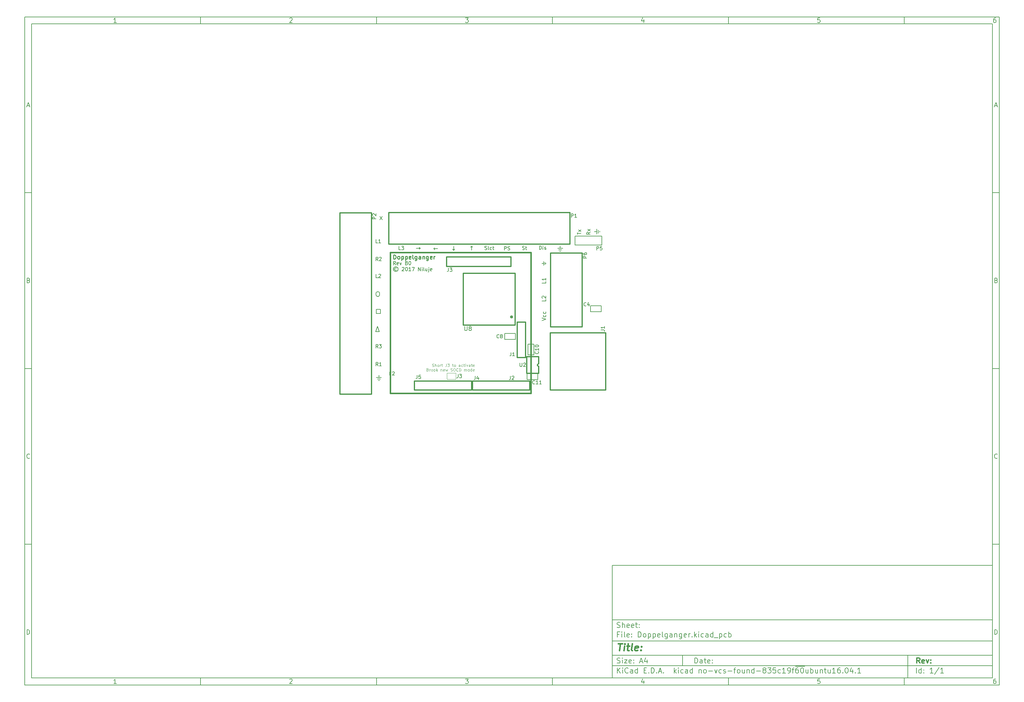
<source format=gto>
%TF.GenerationSoftware,KiCad,Pcbnew,no-vcs-found-835c19f~60~ubuntu16.04.1*%
%TF.CreationDate,2017-10-10T23:09:56+02:00*%
%TF.ProjectId,Doppelganger,446F7070656C67616E6765722E6B6963,rev?*%
%TF.SameCoordinates,Original*%
%TF.FileFunction,Legend,Top*%
%TF.FilePolarity,Positive*%
%FSLAX46Y46*%
G04 Gerber Fmt 4.6, Leading zero omitted, Abs format (unit mm)*
G04 Created by KiCad (PCBNEW no-vcs-found-835c19f~60~ubuntu16.04.1) date Tue Oct 10 23:09:56 2017*
%MOMM*%
%LPD*%
G01*
G04 APERTURE LIST*
%ADD10C,0.100000*%
%ADD11C,0.150000*%
%ADD12C,0.300000*%
%ADD13C,0.400000*%
%ADD14C,0.200000*%
%ADD15C,0.250000*%
%ADD16C,0.120000*%
%ADD17C,0.203200*%
G04 APERTURE END LIST*
D10*
D11*
X177002200Y-166007200D02*
X177002200Y-198007200D01*
X285002200Y-198007200D01*
X285002200Y-166007200D01*
X177002200Y-166007200D01*
D10*
D11*
X10000000Y-10000000D02*
X10000000Y-200007200D01*
X287002200Y-200007200D01*
X287002200Y-10000000D01*
X10000000Y-10000000D01*
D10*
D11*
X12000000Y-12000000D02*
X12000000Y-198007200D01*
X285002200Y-198007200D01*
X285002200Y-12000000D01*
X12000000Y-12000000D01*
D10*
D11*
X60000000Y-12000000D02*
X60000000Y-10000000D01*
D10*
D11*
X110000000Y-12000000D02*
X110000000Y-10000000D01*
D10*
D11*
X160000000Y-12000000D02*
X160000000Y-10000000D01*
D10*
D11*
X210000000Y-12000000D02*
X210000000Y-10000000D01*
D10*
D11*
X260000000Y-12000000D02*
X260000000Y-10000000D01*
D10*
D11*
X36065476Y-11588095D02*
X35322619Y-11588095D01*
X35694047Y-11588095D02*
X35694047Y-10288095D01*
X35570238Y-10473809D01*
X35446428Y-10597619D01*
X35322619Y-10659523D01*
D10*
D11*
X85322619Y-10411904D02*
X85384523Y-10350000D01*
X85508333Y-10288095D01*
X85817857Y-10288095D01*
X85941666Y-10350000D01*
X86003571Y-10411904D01*
X86065476Y-10535714D01*
X86065476Y-10659523D01*
X86003571Y-10845238D01*
X85260714Y-11588095D01*
X86065476Y-11588095D01*
D10*
D11*
X135260714Y-10288095D02*
X136065476Y-10288095D01*
X135632142Y-10783333D01*
X135817857Y-10783333D01*
X135941666Y-10845238D01*
X136003571Y-10907142D01*
X136065476Y-11030952D01*
X136065476Y-11340476D01*
X136003571Y-11464285D01*
X135941666Y-11526190D01*
X135817857Y-11588095D01*
X135446428Y-11588095D01*
X135322619Y-11526190D01*
X135260714Y-11464285D01*
D10*
D11*
X185941666Y-10721428D02*
X185941666Y-11588095D01*
X185632142Y-10226190D02*
X185322619Y-11154761D01*
X186127380Y-11154761D01*
D10*
D11*
X236003571Y-10288095D02*
X235384523Y-10288095D01*
X235322619Y-10907142D01*
X235384523Y-10845238D01*
X235508333Y-10783333D01*
X235817857Y-10783333D01*
X235941666Y-10845238D01*
X236003571Y-10907142D01*
X236065476Y-11030952D01*
X236065476Y-11340476D01*
X236003571Y-11464285D01*
X235941666Y-11526190D01*
X235817857Y-11588095D01*
X235508333Y-11588095D01*
X235384523Y-11526190D01*
X235322619Y-11464285D01*
D10*
D11*
X285941666Y-10288095D02*
X285694047Y-10288095D01*
X285570238Y-10350000D01*
X285508333Y-10411904D01*
X285384523Y-10597619D01*
X285322619Y-10845238D01*
X285322619Y-11340476D01*
X285384523Y-11464285D01*
X285446428Y-11526190D01*
X285570238Y-11588095D01*
X285817857Y-11588095D01*
X285941666Y-11526190D01*
X286003571Y-11464285D01*
X286065476Y-11340476D01*
X286065476Y-11030952D01*
X286003571Y-10907142D01*
X285941666Y-10845238D01*
X285817857Y-10783333D01*
X285570238Y-10783333D01*
X285446428Y-10845238D01*
X285384523Y-10907142D01*
X285322619Y-11030952D01*
D10*
D11*
X60000000Y-198007200D02*
X60000000Y-200007200D01*
D10*
D11*
X110000000Y-198007200D02*
X110000000Y-200007200D01*
D10*
D11*
X160000000Y-198007200D02*
X160000000Y-200007200D01*
D10*
D11*
X210000000Y-198007200D02*
X210000000Y-200007200D01*
D10*
D11*
X260000000Y-198007200D02*
X260000000Y-200007200D01*
D10*
D11*
X36065476Y-199595295D02*
X35322619Y-199595295D01*
X35694047Y-199595295D02*
X35694047Y-198295295D01*
X35570238Y-198481009D01*
X35446428Y-198604819D01*
X35322619Y-198666723D01*
D10*
D11*
X85322619Y-198419104D02*
X85384523Y-198357200D01*
X85508333Y-198295295D01*
X85817857Y-198295295D01*
X85941666Y-198357200D01*
X86003571Y-198419104D01*
X86065476Y-198542914D01*
X86065476Y-198666723D01*
X86003571Y-198852438D01*
X85260714Y-199595295D01*
X86065476Y-199595295D01*
D10*
D11*
X135260714Y-198295295D02*
X136065476Y-198295295D01*
X135632142Y-198790533D01*
X135817857Y-198790533D01*
X135941666Y-198852438D01*
X136003571Y-198914342D01*
X136065476Y-199038152D01*
X136065476Y-199347676D01*
X136003571Y-199471485D01*
X135941666Y-199533390D01*
X135817857Y-199595295D01*
X135446428Y-199595295D01*
X135322619Y-199533390D01*
X135260714Y-199471485D01*
D10*
D11*
X185941666Y-198728628D02*
X185941666Y-199595295D01*
X185632142Y-198233390D02*
X185322619Y-199161961D01*
X186127380Y-199161961D01*
D10*
D11*
X236003571Y-198295295D02*
X235384523Y-198295295D01*
X235322619Y-198914342D01*
X235384523Y-198852438D01*
X235508333Y-198790533D01*
X235817857Y-198790533D01*
X235941666Y-198852438D01*
X236003571Y-198914342D01*
X236065476Y-199038152D01*
X236065476Y-199347676D01*
X236003571Y-199471485D01*
X235941666Y-199533390D01*
X235817857Y-199595295D01*
X235508333Y-199595295D01*
X235384523Y-199533390D01*
X235322619Y-199471485D01*
D10*
D11*
X285941666Y-198295295D02*
X285694047Y-198295295D01*
X285570238Y-198357200D01*
X285508333Y-198419104D01*
X285384523Y-198604819D01*
X285322619Y-198852438D01*
X285322619Y-199347676D01*
X285384523Y-199471485D01*
X285446428Y-199533390D01*
X285570238Y-199595295D01*
X285817857Y-199595295D01*
X285941666Y-199533390D01*
X286003571Y-199471485D01*
X286065476Y-199347676D01*
X286065476Y-199038152D01*
X286003571Y-198914342D01*
X285941666Y-198852438D01*
X285817857Y-198790533D01*
X285570238Y-198790533D01*
X285446428Y-198852438D01*
X285384523Y-198914342D01*
X285322619Y-199038152D01*
D10*
D11*
X10000000Y-60000000D02*
X12000000Y-60000000D01*
D10*
D11*
X10000000Y-110000000D02*
X12000000Y-110000000D01*
D10*
D11*
X10000000Y-160000000D02*
X12000000Y-160000000D01*
D10*
D11*
X10690476Y-35216666D02*
X11309523Y-35216666D01*
X10566666Y-35588095D02*
X11000000Y-34288095D01*
X11433333Y-35588095D01*
D10*
D11*
X11092857Y-84907142D02*
X11278571Y-84969047D01*
X11340476Y-85030952D01*
X11402380Y-85154761D01*
X11402380Y-85340476D01*
X11340476Y-85464285D01*
X11278571Y-85526190D01*
X11154761Y-85588095D01*
X10659523Y-85588095D01*
X10659523Y-84288095D01*
X11092857Y-84288095D01*
X11216666Y-84350000D01*
X11278571Y-84411904D01*
X11340476Y-84535714D01*
X11340476Y-84659523D01*
X11278571Y-84783333D01*
X11216666Y-84845238D01*
X11092857Y-84907142D01*
X10659523Y-84907142D01*
D10*
D11*
X11402380Y-135464285D02*
X11340476Y-135526190D01*
X11154761Y-135588095D01*
X11030952Y-135588095D01*
X10845238Y-135526190D01*
X10721428Y-135402380D01*
X10659523Y-135278571D01*
X10597619Y-135030952D01*
X10597619Y-134845238D01*
X10659523Y-134597619D01*
X10721428Y-134473809D01*
X10845238Y-134350000D01*
X11030952Y-134288095D01*
X11154761Y-134288095D01*
X11340476Y-134350000D01*
X11402380Y-134411904D01*
D10*
D11*
X10659523Y-185588095D02*
X10659523Y-184288095D01*
X10969047Y-184288095D01*
X11154761Y-184350000D01*
X11278571Y-184473809D01*
X11340476Y-184597619D01*
X11402380Y-184845238D01*
X11402380Y-185030952D01*
X11340476Y-185278571D01*
X11278571Y-185402380D01*
X11154761Y-185526190D01*
X10969047Y-185588095D01*
X10659523Y-185588095D01*
D10*
D11*
X287002200Y-60000000D02*
X285002200Y-60000000D01*
D10*
D11*
X287002200Y-110000000D02*
X285002200Y-110000000D01*
D10*
D11*
X287002200Y-160000000D02*
X285002200Y-160000000D01*
D10*
D11*
X285692676Y-35216666D02*
X286311723Y-35216666D01*
X285568866Y-35588095D02*
X286002200Y-34288095D01*
X286435533Y-35588095D01*
D10*
D11*
X286095057Y-84907142D02*
X286280771Y-84969047D01*
X286342676Y-85030952D01*
X286404580Y-85154761D01*
X286404580Y-85340476D01*
X286342676Y-85464285D01*
X286280771Y-85526190D01*
X286156961Y-85588095D01*
X285661723Y-85588095D01*
X285661723Y-84288095D01*
X286095057Y-84288095D01*
X286218866Y-84350000D01*
X286280771Y-84411904D01*
X286342676Y-84535714D01*
X286342676Y-84659523D01*
X286280771Y-84783333D01*
X286218866Y-84845238D01*
X286095057Y-84907142D01*
X285661723Y-84907142D01*
D10*
D11*
X286404580Y-135464285D02*
X286342676Y-135526190D01*
X286156961Y-135588095D01*
X286033152Y-135588095D01*
X285847438Y-135526190D01*
X285723628Y-135402380D01*
X285661723Y-135278571D01*
X285599819Y-135030952D01*
X285599819Y-134845238D01*
X285661723Y-134597619D01*
X285723628Y-134473809D01*
X285847438Y-134350000D01*
X286033152Y-134288095D01*
X286156961Y-134288095D01*
X286342676Y-134350000D01*
X286404580Y-134411904D01*
D10*
D11*
X285661723Y-185588095D02*
X285661723Y-184288095D01*
X285971247Y-184288095D01*
X286156961Y-184350000D01*
X286280771Y-184473809D01*
X286342676Y-184597619D01*
X286404580Y-184845238D01*
X286404580Y-185030952D01*
X286342676Y-185278571D01*
X286280771Y-185402380D01*
X286156961Y-185526190D01*
X285971247Y-185588095D01*
X285661723Y-185588095D01*
D10*
D11*
X200434342Y-193785771D02*
X200434342Y-192285771D01*
X200791485Y-192285771D01*
X201005771Y-192357200D01*
X201148628Y-192500057D01*
X201220057Y-192642914D01*
X201291485Y-192928628D01*
X201291485Y-193142914D01*
X201220057Y-193428628D01*
X201148628Y-193571485D01*
X201005771Y-193714342D01*
X200791485Y-193785771D01*
X200434342Y-193785771D01*
X202577200Y-193785771D02*
X202577200Y-193000057D01*
X202505771Y-192857200D01*
X202362914Y-192785771D01*
X202077200Y-192785771D01*
X201934342Y-192857200D01*
X202577200Y-193714342D02*
X202434342Y-193785771D01*
X202077200Y-193785771D01*
X201934342Y-193714342D01*
X201862914Y-193571485D01*
X201862914Y-193428628D01*
X201934342Y-193285771D01*
X202077200Y-193214342D01*
X202434342Y-193214342D01*
X202577200Y-193142914D01*
X203077200Y-192785771D02*
X203648628Y-192785771D01*
X203291485Y-192285771D02*
X203291485Y-193571485D01*
X203362914Y-193714342D01*
X203505771Y-193785771D01*
X203648628Y-193785771D01*
X204720057Y-193714342D02*
X204577200Y-193785771D01*
X204291485Y-193785771D01*
X204148628Y-193714342D01*
X204077200Y-193571485D01*
X204077200Y-193000057D01*
X204148628Y-192857200D01*
X204291485Y-192785771D01*
X204577200Y-192785771D01*
X204720057Y-192857200D01*
X204791485Y-193000057D01*
X204791485Y-193142914D01*
X204077200Y-193285771D01*
X205434342Y-193642914D02*
X205505771Y-193714342D01*
X205434342Y-193785771D01*
X205362914Y-193714342D01*
X205434342Y-193642914D01*
X205434342Y-193785771D01*
X205434342Y-192857200D02*
X205505771Y-192928628D01*
X205434342Y-193000057D01*
X205362914Y-192928628D01*
X205434342Y-192857200D01*
X205434342Y-193000057D01*
D10*
D11*
X177002200Y-194507200D02*
X285002200Y-194507200D01*
D10*
D11*
X178434342Y-196585771D02*
X178434342Y-195085771D01*
X179291485Y-196585771D02*
X178648628Y-195728628D01*
X179291485Y-195085771D02*
X178434342Y-195942914D01*
X179934342Y-196585771D02*
X179934342Y-195585771D01*
X179934342Y-195085771D02*
X179862914Y-195157200D01*
X179934342Y-195228628D01*
X180005771Y-195157200D01*
X179934342Y-195085771D01*
X179934342Y-195228628D01*
X181505771Y-196442914D02*
X181434342Y-196514342D01*
X181220057Y-196585771D01*
X181077200Y-196585771D01*
X180862914Y-196514342D01*
X180720057Y-196371485D01*
X180648628Y-196228628D01*
X180577200Y-195942914D01*
X180577200Y-195728628D01*
X180648628Y-195442914D01*
X180720057Y-195300057D01*
X180862914Y-195157200D01*
X181077200Y-195085771D01*
X181220057Y-195085771D01*
X181434342Y-195157200D01*
X181505771Y-195228628D01*
X182791485Y-196585771D02*
X182791485Y-195800057D01*
X182720057Y-195657200D01*
X182577200Y-195585771D01*
X182291485Y-195585771D01*
X182148628Y-195657200D01*
X182791485Y-196514342D02*
X182648628Y-196585771D01*
X182291485Y-196585771D01*
X182148628Y-196514342D01*
X182077200Y-196371485D01*
X182077200Y-196228628D01*
X182148628Y-196085771D01*
X182291485Y-196014342D01*
X182648628Y-196014342D01*
X182791485Y-195942914D01*
X184148628Y-196585771D02*
X184148628Y-195085771D01*
X184148628Y-196514342D02*
X184005771Y-196585771D01*
X183720057Y-196585771D01*
X183577200Y-196514342D01*
X183505771Y-196442914D01*
X183434342Y-196300057D01*
X183434342Y-195871485D01*
X183505771Y-195728628D01*
X183577200Y-195657200D01*
X183720057Y-195585771D01*
X184005771Y-195585771D01*
X184148628Y-195657200D01*
X186005771Y-195800057D02*
X186505771Y-195800057D01*
X186720057Y-196585771D02*
X186005771Y-196585771D01*
X186005771Y-195085771D01*
X186720057Y-195085771D01*
X187362914Y-196442914D02*
X187434342Y-196514342D01*
X187362914Y-196585771D01*
X187291485Y-196514342D01*
X187362914Y-196442914D01*
X187362914Y-196585771D01*
X188077200Y-196585771D02*
X188077200Y-195085771D01*
X188434342Y-195085771D01*
X188648628Y-195157200D01*
X188791485Y-195300057D01*
X188862914Y-195442914D01*
X188934342Y-195728628D01*
X188934342Y-195942914D01*
X188862914Y-196228628D01*
X188791485Y-196371485D01*
X188648628Y-196514342D01*
X188434342Y-196585771D01*
X188077200Y-196585771D01*
X189577200Y-196442914D02*
X189648628Y-196514342D01*
X189577200Y-196585771D01*
X189505771Y-196514342D01*
X189577200Y-196442914D01*
X189577200Y-196585771D01*
X190220057Y-196157200D02*
X190934342Y-196157200D01*
X190077200Y-196585771D02*
X190577200Y-195085771D01*
X191077200Y-196585771D01*
X191577200Y-196442914D02*
X191648628Y-196514342D01*
X191577200Y-196585771D01*
X191505771Y-196514342D01*
X191577200Y-196442914D01*
X191577200Y-196585771D01*
X194577200Y-196585771D02*
X194577200Y-195085771D01*
X194720057Y-196014342D02*
X195148628Y-196585771D01*
X195148628Y-195585771D02*
X194577200Y-196157200D01*
X195791485Y-196585771D02*
X195791485Y-195585771D01*
X195791485Y-195085771D02*
X195720057Y-195157200D01*
X195791485Y-195228628D01*
X195862914Y-195157200D01*
X195791485Y-195085771D01*
X195791485Y-195228628D01*
X197148628Y-196514342D02*
X197005771Y-196585771D01*
X196720057Y-196585771D01*
X196577200Y-196514342D01*
X196505771Y-196442914D01*
X196434342Y-196300057D01*
X196434342Y-195871485D01*
X196505771Y-195728628D01*
X196577200Y-195657200D01*
X196720057Y-195585771D01*
X197005771Y-195585771D01*
X197148628Y-195657200D01*
X198434342Y-196585771D02*
X198434342Y-195800057D01*
X198362914Y-195657200D01*
X198220057Y-195585771D01*
X197934342Y-195585771D01*
X197791485Y-195657200D01*
X198434342Y-196514342D02*
X198291485Y-196585771D01*
X197934342Y-196585771D01*
X197791485Y-196514342D01*
X197720057Y-196371485D01*
X197720057Y-196228628D01*
X197791485Y-196085771D01*
X197934342Y-196014342D01*
X198291485Y-196014342D01*
X198434342Y-195942914D01*
X199791485Y-196585771D02*
X199791485Y-195085771D01*
X199791485Y-196514342D02*
X199648628Y-196585771D01*
X199362914Y-196585771D01*
X199220057Y-196514342D01*
X199148628Y-196442914D01*
X199077200Y-196300057D01*
X199077200Y-195871485D01*
X199148628Y-195728628D01*
X199220057Y-195657200D01*
X199362914Y-195585771D01*
X199648628Y-195585771D01*
X199791485Y-195657200D01*
X201648628Y-195585771D02*
X201648628Y-196585771D01*
X201648628Y-195728628D02*
X201720057Y-195657200D01*
X201862914Y-195585771D01*
X202077200Y-195585771D01*
X202220057Y-195657200D01*
X202291485Y-195800057D01*
X202291485Y-196585771D01*
X203220057Y-196585771D02*
X203077200Y-196514342D01*
X203005771Y-196442914D01*
X202934342Y-196300057D01*
X202934342Y-195871485D01*
X203005771Y-195728628D01*
X203077200Y-195657200D01*
X203220057Y-195585771D01*
X203434342Y-195585771D01*
X203577200Y-195657200D01*
X203648628Y-195728628D01*
X203720057Y-195871485D01*
X203720057Y-196300057D01*
X203648628Y-196442914D01*
X203577200Y-196514342D01*
X203434342Y-196585771D01*
X203220057Y-196585771D01*
X204362914Y-196014342D02*
X205505771Y-196014342D01*
X206077200Y-195585771D02*
X206434342Y-196585771D01*
X206791485Y-195585771D01*
X208005771Y-196514342D02*
X207862914Y-196585771D01*
X207577200Y-196585771D01*
X207434342Y-196514342D01*
X207362914Y-196442914D01*
X207291485Y-196300057D01*
X207291485Y-195871485D01*
X207362914Y-195728628D01*
X207434342Y-195657200D01*
X207577200Y-195585771D01*
X207862914Y-195585771D01*
X208005771Y-195657200D01*
X208577200Y-196514342D02*
X208720057Y-196585771D01*
X209005771Y-196585771D01*
X209148628Y-196514342D01*
X209220057Y-196371485D01*
X209220057Y-196300057D01*
X209148628Y-196157200D01*
X209005771Y-196085771D01*
X208791485Y-196085771D01*
X208648628Y-196014342D01*
X208577200Y-195871485D01*
X208577200Y-195800057D01*
X208648628Y-195657200D01*
X208791485Y-195585771D01*
X209005771Y-195585771D01*
X209148628Y-195657200D01*
X209862914Y-196014342D02*
X211005771Y-196014342D01*
X211505771Y-195585771D02*
X212077200Y-195585771D01*
X211720057Y-196585771D02*
X211720057Y-195300057D01*
X211791485Y-195157200D01*
X211934342Y-195085771D01*
X212077200Y-195085771D01*
X212791485Y-196585771D02*
X212648628Y-196514342D01*
X212577200Y-196442914D01*
X212505771Y-196300057D01*
X212505771Y-195871485D01*
X212577200Y-195728628D01*
X212648628Y-195657200D01*
X212791485Y-195585771D01*
X213005771Y-195585771D01*
X213148628Y-195657200D01*
X213220057Y-195728628D01*
X213291485Y-195871485D01*
X213291485Y-196300057D01*
X213220057Y-196442914D01*
X213148628Y-196514342D01*
X213005771Y-196585771D01*
X212791485Y-196585771D01*
X214577200Y-195585771D02*
X214577200Y-196585771D01*
X213934342Y-195585771D02*
X213934342Y-196371485D01*
X214005771Y-196514342D01*
X214148628Y-196585771D01*
X214362914Y-196585771D01*
X214505771Y-196514342D01*
X214577200Y-196442914D01*
X215291485Y-195585771D02*
X215291485Y-196585771D01*
X215291485Y-195728628D02*
X215362914Y-195657200D01*
X215505771Y-195585771D01*
X215720057Y-195585771D01*
X215862914Y-195657200D01*
X215934342Y-195800057D01*
X215934342Y-196585771D01*
X217291485Y-196585771D02*
X217291485Y-195085771D01*
X217291485Y-196514342D02*
X217148628Y-196585771D01*
X216862914Y-196585771D01*
X216720057Y-196514342D01*
X216648628Y-196442914D01*
X216577200Y-196300057D01*
X216577200Y-195871485D01*
X216648628Y-195728628D01*
X216720057Y-195657200D01*
X216862914Y-195585771D01*
X217148628Y-195585771D01*
X217291485Y-195657200D01*
X218005771Y-196014342D02*
X219148628Y-196014342D01*
X220077200Y-195728628D02*
X219934342Y-195657200D01*
X219862914Y-195585771D01*
X219791485Y-195442914D01*
X219791485Y-195371485D01*
X219862914Y-195228628D01*
X219934342Y-195157200D01*
X220077200Y-195085771D01*
X220362914Y-195085771D01*
X220505771Y-195157200D01*
X220577200Y-195228628D01*
X220648628Y-195371485D01*
X220648628Y-195442914D01*
X220577200Y-195585771D01*
X220505771Y-195657200D01*
X220362914Y-195728628D01*
X220077200Y-195728628D01*
X219934342Y-195800057D01*
X219862914Y-195871485D01*
X219791485Y-196014342D01*
X219791485Y-196300057D01*
X219862914Y-196442914D01*
X219934342Y-196514342D01*
X220077200Y-196585771D01*
X220362914Y-196585771D01*
X220505771Y-196514342D01*
X220577200Y-196442914D01*
X220648628Y-196300057D01*
X220648628Y-196014342D01*
X220577200Y-195871485D01*
X220505771Y-195800057D01*
X220362914Y-195728628D01*
X221148628Y-195085771D02*
X222077200Y-195085771D01*
X221577200Y-195657200D01*
X221791485Y-195657200D01*
X221934342Y-195728628D01*
X222005771Y-195800057D01*
X222077200Y-195942914D01*
X222077200Y-196300057D01*
X222005771Y-196442914D01*
X221934342Y-196514342D01*
X221791485Y-196585771D01*
X221362914Y-196585771D01*
X221220057Y-196514342D01*
X221148628Y-196442914D01*
X223434342Y-195085771D02*
X222720057Y-195085771D01*
X222648628Y-195800057D01*
X222720057Y-195728628D01*
X222862914Y-195657200D01*
X223220057Y-195657200D01*
X223362914Y-195728628D01*
X223434342Y-195800057D01*
X223505771Y-195942914D01*
X223505771Y-196300057D01*
X223434342Y-196442914D01*
X223362914Y-196514342D01*
X223220057Y-196585771D01*
X222862914Y-196585771D01*
X222720057Y-196514342D01*
X222648628Y-196442914D01*
X224791485Y-196514342D02*
X224648628Y-196585771D01*
X224362914Y-196585771D01*
X224220057Y-196514342D01*
X224148628Y-196442914D01*
X224077200Y-196300057D01*
X224077200Y-195871485D01*
X224148628Y-195728628D01*
X224220057Y-195657200D01*
X224362914Y-195585771D01*
X224648628Y-195585771D01*
X224791485Y-195657200D01*
X226220057Y-196585771D02*
X225362914Y-196585771D01*
X225791485Y-196585771D02*
X225791485Y-195085771D01*
X225648628Y-195300057D01*
X225505771Y-195442914D01*
X225362914Y-195514342D01*
X226934342Y-196585771D02*
X227220057Y-196585771D01*
X227362914Y-196514342D01*
X227434342Y-196442914D01*
X227577200Y-196228628D01*
X227648628Y-195942914D01*
X227648628Y-195371485D01*
X227577200Y-195228628D01*
X227505771Y-195157200D01*
X227362914Y-195085771D01*
X227077200Y-195085771D01*
X226934342Y-195157200D01*
X226862914Y-195228628D01*
X226791485Y-195371485D01*
X226791485Y-195728628D01*
X226862914Y-195871485D01*
X226934342Y-195942914D01*
X227077200Y-196014342D01*
X227362914Y-196014342D01*
X227505771Y-195942914D01*
X227577200Y-195871485D01*
X227648628Y-195728628D01*
X228077200Y-195585771D02*
X228648628Y-195585771D01*
X228291485Y-196585771D02*
X228291485Y-195300057D01*
X228362914Y-195157200D01*
X228505771Y-195085771D01*
X228648628Y-195085771D01*
X229038985Y-194677200D02*
X230220057Y-194677200D01*
X229791485Y-195085771D02*
X229505771Y-195085771D01*
X229362914Y-195157200D01*
X229291485Y-195228628D01*
X229148628Y-195442914D01*
X229077200Y-195728628D01*
X229077200Y-196300057D01*
X229148628Y-196442914D01*
X229220057Y-196514342D01*
X229362914Y-196585771D01*
X229648628Y-196585771D01*
X229791485Y-196514342D01*
X229862914Y-196442914D01*
X229934342Y-196300057D01*
X229934342Y-195942914D01*
X229862914Y-195800057D01*
X229791485Y-195728628D01*
X229648628Y-195657200D01*
X229362914Y-195657200D01*
X229220057Y-195728628D01*
X229148628Y-195800057D01*
X229077200Y-195942914D01*
X230220057Y-194677200D02*
X231648628Y-194677200D01*
X230862914Y-195085771D02*
X231005771Y-195085771D01*
X231148628Y-195157200D01*
X231220057Y-195228628D01*
X231291485Y-195371485D01*
X231362914Y-195657200D01*
X231362914Y-196014342D01*
X231291485Y-196300057D01*
X231220057Y-196442914D01*
X231148628Y-196514342D01*
X231005771Y-196585771D01*
X230862914Y-196585771D01*
X230720057Y-196514342D01*
X230648628Y-196442914D01*
X230577200Y-196300057D01*
X230505771Y-196014342D01*
X230505771Y-195657200D01*
X230577200Y-195371485D01*
X230648628Y-195228628D01*
X230720057Y-195157200D01*
X230862914Y-195085771D01*
X232648628Y-195585771D02*
X232648628Y-196585771D01*
X232005771Y-195585771D02*
X232005771Y-196371485D01*
X232077199Y-196514342D01*
X232220057Y-196585771D01*
X232434342Y-196585771D01*
X232577199Y-196514342D01*
X232648628Y-196442914D01*
X233362914Y-196585771D02*
X233362914Y-195085771D01*
X233362914Y-195657200D02*
X233505771Y-195585771D01*
X233791485Y-195585771D01*
X233934342Y-195657200D01*
X234005771Y-195728628D01*
X234077200Y-195871485D01*
X234077200Y-196300057D01*
X234005771Y-196442914D01*
X233934342Y-196514342D01*
X233791485Y-196585771D01*
X233505771Y-196585771D01*
X233362914Y-196514342D01*
X235362914Y-195585771D02*
X235362914Y-196585771D01*
X234720057Y-195585771D02*
X234720057Y-196371485D01*
X234791485Y-196514342D01*
X234934342Y-196585771D01*
X235148628Y-196585771D01*
X235291485Y-196514342D01*
X235362914Y-196442914D01*
X236077200Y-195585771D02*
X236077200Y-196585771D01*
X236077200Y-195728628D02*
X236148628Y-195657200D01*
X236291485Y-195585771D01*
X236505771Y-195585771D01*
X236648628Y-195657200D01*
X236720057Y-195800057D01*
X236720057Y-196585771D01*
X237220057Y-195585771D02*
X237791485Y-195585771D01*
X237434342Y-195085771D02*
X237434342Y-196371485D01*
X237505771Y-196514342D01*
X237648628Y-196585771D01*
X237791485Y-196585771D01*
X238934342Y-195585771D02*
X238934342Y-196585771D01*
X238291485Y-195585771D02*
X238291485Y-196371485D01*
X238362914Y-196514342D01*
X238505771Y-196585771D01*
X238720057Y-196585771D01*
X238862914Y-196514342D01*
X238934342Y-196442914D01*
X240434342Y-196585771D02*
X239577200Y-196585771D01*
X240005771Y-196585771D02*
X240005771Y-195085771D01*
X239862914Y-195300057D01*
X239720057Y-195442914D01*
X239577200Y-195514342D01*
X241720057Y-195085771D02*
X241434342Y-195085771D01*
X241291485Y-195157200D01*
X241220057Y-195228628D01*
X241077200Y-195442914D01*
X241005771Y-195728628D01*
X241005771Y-196300057D01*
X241077200Y-196442914D01*
X241148628Y-196514342D01*
X241291485Y-196585771D01*
X241577200Y-196585771D01*
X241720057Y-196514342D01*
X241791485Y-196442914D01*
X241862914Y-196300057D01*
X241862914Y-195942914D01*
X241791485Y-195800057D01*
X241720057Y-195728628D01*
X241577200Y-195657200D01*
X241291485Y-195657200D01*
X241148628Y-195728628D01*
X241077200Y-195800057D01*
X241005771Y-195942914D01*
X242505771Y-196442914D02*
X242577199Y-196514342D01*
X242505771Y-196585771D01*
X242434342Y-196514342D01*
X242505771Y-196442914D01*
X242505771Y-196585771D01*
X243505771Y-195085771D02*
X243648628Y-195085771D01*
X243791485Y-195157200D01*
X243862914Y-195228628D01*
X243934342Y-195371485D01*
X244005771Y-195657200D01*
X244005771Y-196014342D01*
X243934342Y-196300057D01*
X243862914Y-196442914D01*
X243791485Y-196514342D01*
X243648628Y-196585771D01*
X243505771Y-196585771D01*
X243362914Y-196514342D01*
X243291485Y-196442914D01*
X243220057Y-196300057D01*
X243148628Y-196014342D01*
X243148628Y-195657200D01*
X243220057Y-195371485D01*
X243291485Y-195228628D01*
X243362914Y-195157200D01*
X243505771Y-195085771D01*
X245291485Y-195585771D02*
X245291485Y-196585771D01*
X244934342Y-195014342D02*
X244577199Y-196085771D01*
X245505771Y-196085771D01*
X246077199Y-196442914D02*
X246148628Y-196514342D01*
X246077199Y-196585771D01*
X246005771Y-196514342D01*
X246077199Y-196442914D01*
X246077199Y-196585771D01*
X247577200Y-196585771D02*
X246720057Y-196585771D01*
X247148628Y-196585771D02*
X247148628Y-195085771D01*
X247005771Y-195300057D01*
X246862914Y-195442914D01*
X246720057Y-195514342D01*
D10*
D11*
X177002200Y-191507200D02*
X285002200Y-191507200D01*
D10*
D12*
X264411485Y-193785771D02*
X263911485Y-193071485D01*
X263554342Y-193785771D02*
X263554342Y-192285771D01*
X264125771Y-192285771D01*
X264268628Y-192357200D01*
X264340057Y-192428628D01*
X264411485Y-192571485D01*
X264411485Y-192785771D01*
X264340057Y-192928628D01*
X264268628Y-193000057D01*
X264125771Y-193071485D01*
X263554342Y-193071485D01*
X265625771Y-193714342D02*
X265482914Y-193785771D01*
X265197200Y-193785771D01*
X265054342Y-193714342D01*
X264982914Y-193571485D01*
X264982914Y-193000057D01*
X265054342Y-192857200D01*
X265197200Y-192785771D01*
X265482914Y-192785771D01*
X265625771Y-192857200D01*
X265697200Y-193000057D01*
X265697200Y-193142914D01*
X264982914Y-193285771D01*
X266197200Y-192785771D02*
X266554342Y-193785771D01*
X266911485Y-192785771D01*
X267482914Y-193642914D02*
X267554342Y-193714342D01*
X267482914Y-193785771D01*
X267411485Y-193714342D01*
X267482914Y-193642914D01*
X267482914Y-193785771D01*
X267482914Y-192857200D02*
X267554342Y-192928628D01*
X267482914Y-193000057D01*
X267411485Y-192928628D01*
X267482914Y-192857200D01*
X267482914Y-193000057D01*
D10*
D11*
X178362914Y-193714342D02*
X178577200Y-193785771D01*
X178934342Y-193785771D01*
X179077200Y-193714342D01*
X179148628Y-193642914D01*
X179220057Y-193500057D01*
X179220057Y-193357200D01*
X179148628Y-193214342D01*
X179077200Y-193142914D01*
X178934342Y-193071485D01*
X178648628Y-193000057D01*
X178505771Y-192928628D01*
X178434342Y-192857200D01*
X178362914Y-192714342D01*
X178362914Y-192571485D01*
X178434342Y-192428628D01*
X178505771Y-192357200D01*
X178648628Y-192285771D01*
X179005771Y-192285771D01*
X179220057Y-192357200D01*
X179862914Y-193785771D02*
X179862914Y-192785771D01*
X179862914Y-192285771D02*
X179791485Y-192357200D01*
X179862914Y-192428628D01*
X179934342Y-192357200D01*
X179862914Y-192285771D01*
X179862914Y-192428628D01*
X180434342Y-192785771D02*
X181220057Y-192785771D01*
X180434342Y-193785771D01*
X181220057Y-193785771D01*
X182362914Y-193714342D02*
X182220057Y-193785771D01*
X181934342Y-193785771D01*
X181791485Y-193714342D01*
X181720057Y-193571485D01*
X181720057Y-193000057D01*
X181791485Y-192857200D01*
X181934342Y-192785771D01*
X182220057Y-192785771D01*
X182362914Y-192857200D01*
X182434342Y-193000057D01*
X182434342Y-193142914D01*
X181720057Y-193285771D01*
X183077200Y-193642914D02*
X183148628Y-193714342D01*
X183077200Y-193785771D01*
X183005771Y-193714342D01*
X183077200Y-193642914D01*
X183077200Y-193785771D01*
X183077200Y-192857200D02*
X183148628Y-192928628D01*
X183077200Y-193000057D01*
X183005771Y-192928628D01*
X183077200Y-192857200D01*
X183077200Y-193000057D01*
X184862914Y-193357200D02*
X185577200Y-193357200D01*
X184720057Y-193785771D02*
X185220057Y-192285771D01*
X185720057Y-193785771D01*
X186862914Y-192785771D02*
X186862914Y-193785771D01*
X186505771Y-192214342D02*
X186148628Y-193285771D01*
X187077200Y-193285771D01*
D10*
D11*
X263434342Y-196585771D02*
X263434342Y-195085771D01*
X264791485Y-196585771D02*
X264791485Y-195085771D01*
X264791485Y-196514342D02*
X264648628Y-196585771D01*
X264362914Y-196585771D01*
X264220057Y-196514342D01*
X264148628Y-196442914D01*
X264077200Y-196300057D01*
X264077200Y-195871485D01*
X264148628Y-195728628D01*
X264220057Y-195657200D01*
X264362914Y-195585771D01*
X264648628Y-195585771D01*
X264791485Y-195657200D01*
X265505771Y-196442914D02*
X265577200Y-196514342D01*
X265505771Y-196585771D01*
X265434342Y-196514342D01*
X265505771Y-196442914D01*
X265505771Y-196585771D01*
X265505771Y-195657200D02*
X265577200Y-195728628D01*
X265505771Y-195800057D01*
X265434342Y-195728628D01*
X265505771Y-195657200D01*
X265505771Y-195800057D01*
X268148628Y-196585771D02*
X267291485Y-196585771D01*
X267720057Y-196585771D02*
X267720057Y-195085771D01*
X267577200Y-195300057D01*
X267434342Y-195442914D01*
X267291485Y-195514342D01*
X269862914Y-195014342D02*
X268577200Y-196942914D01*
X271148628Y-196585771D02*
X270291485Y-196585771D01*
X270720057Y-196585771D02*
X270720057Y-195085771D01*
X270577200Y-195300057D01*
X270434342Y-195442914D01*
X270291485Y-195514342D01*
D10*
D11*
X177002200Y-187507200D02*
X285002200Y-187507200D01*
D10*
D13*
X178714580Y-188211961D02*
X179857438Y-188211961D01*
X179036009Y-190211961D02*
X179286009Y-188211961D01*
X180274104Y-190211961D02*
X180440771Y-188878628D01*
X180524104Y-188211961D02*
X180416961Y-188307200D01*
X180500295Y-188402438D01*
X180607438Y-188307200D01*
X180524104Y-188211961D01*
X180500295Y-188402438D01*
X181107438Y-188878628D02*
X181869342Y-188878628D01*
X181476485Y-188211961D02*
X181262200Y-189926247D01*
X181333628Y-190116723D01*
X181512200Y-190211961D01*
X181702676Y-190211961D01*
X182655057Y-190211961D02*
X182476485Y-190116723D01*
X182405057Y-189926247D01*
X182619342Y-188211961D01*
X184190771Y-190116723D02*
X183988390Y-190211961D01*
X183607438Y-190211961D01*
X183428866Y-190116723D01*
X183357438Y-189926247D01*
X183452676Y-189164342D01*
X183571723Y-188973866D01*
X183774104Y-188878628D01*
X184155057Y-188878628D01*
X184333628Y-188973866D01*
X184405057Y-189164342D01*
X184381247Y-189354819D01*
X183405057Y-189545295D01*
X185155057Y-190021485D02*
X185238390Y-190116723D01*
X185131247Y-190211961D01*
X185047914Y-190116723D01*
X185155057Y-190021485D01*
X185131247Y-190211961D01*
X185286009Y-188973866D02*
X185369342Y-189069104D01*
X185262200Y-189164342D01*
X185178866Y-189069104D01*
X185286009Y-188973866D01*
X185262200Y-189164342D01*
D10*
D11*
X178934342Y-185600057D02*
X178434342Y-185600057D01*
X178434342Y-186385771D02*
X178434342Y-184885771D01*
X179148628Y-184885771D01*
X179720057Y-186385771D02*
X179720057Y-185385771D01*
X179720057Y-184885771D02*
X179648628Y-184957200D01*
X179720057Y-185028628D01*
X179791485Y-184957200D01*
X179720057Y-184885771D01*
X179720057Y-185028628D01*
X180648628Y-186385771D02*
X180505771Y-186314342D01*
X180434342Y-186171485D01*
X180434342Y-184885771D01*
X181791485Y-186314342D02*
X181648628Y-186385771D01*
X181362914Y-186385771D01*
X181220057Y-186314342D01*
X181148628Y-186171485D01*
X181148628Y-185600057D01*
X181220057Y-185457200D01*
X181362914Y-185385771D01*
X181648628Y-185385771D01*
X181791485Y-185457200D01*
X181862914Y-185600057D01*
X181862914Y-185742914D01*
X181148628Y-185885771D01*
X182505771Y-186242914D02*
X182577200Y-186314342D01*
X182505771Y-186385771D01*
X182434342Y-186314342D01*
X182505771Y-186242914D01*
X182505771Y-186385771D01*
X182505771Y-185457200D02*
X182577200Y-185528628D01*
X182505771Y-185600057D01*
X182434342Y-185528628D01*
X182505771Y-185457200D01*
X182505771Y-185600057D01*
X184362914Y-186385771D02*
X184362914Y-184885771D01*
X184720057Y-184885771D01*
X184934342Y-184957200D01*
X185077200Y-185100057D01*
X185148628Y-185242914D01*
X185220057Y-185528628D01*
X185220057Y-185742914D01*
X185148628Y-186028628D01*
X185077200Y-186171485D01*
X184934342Y-186314342D01*
X184720057Y-186385771D01*
X184362914Y-186385771D01*
X186077200Y-186385771D02*
X185934342Y-186314342D01*
X185862914Y-186242914D01*
X185791485Y-186100057D01*
X185791485Y-185671485D01*
X185862914Y-185528628D01*
X185934342Y-185457200D01*
X186077200Y-185385771D01*
X186291485Y-185385771D01*
X186434342Y-185457200D01*
X186505771Y-185528628D01*
X186577200Y-185671485D01*
X186577200Y-186100057D01*
X186505771Y-186242914D01*
X186434342Y-186314342D01*
X186291485Y-186385771D01*
X186077200Y-186385771D01*
X187220057Y-185385771D02*
X187220057Y-186885771D01*
X187220057Y-185457200D02*
X187362914Y-185385771D01*
X187648628Y-185385771D01*
X187791485Y-185457200D01*
X187862914Y-185528628D01*
X187934342Y-185671485D01*
X187934342Y-186100057D01*
X187862914Y-186242914D01*
X187791485Y-186314342D01*
X187648628Y-186385771D01*
X187362914Y-186385771D01*
X187220057Y-186314342D01*
X188577200Y-185385771D02*
X188577200Y-186885771D01*
X188577200Y-185457200D02*
X188720057Y-185385771D01*
X189005771Y-185385771D01*
X189148628Y-185457200D01*
X189220057Y-185528628D01*
X189291485Y-185671485D01*
X189291485Y-186100057D01*
X189220057Y-186242914D01*
X189148628Y-186314342D01*
X189005771Y-186385771D01*
X188720057Y-186385771D01*
X188577200Y-186314342D01*
X190505771Y-186314342D02*
X190362914Y-186385771D01*
X190077200Y-186385771D01*
X189934342Y-186314342D01*
X189862914Y-186171485D01*
X189862914Y-185600057D01*
X189934342Y-185457200D01*
X190077200Y-185385771D01*
X190362914Y-185385771D01*
X190505771Y-185457200D01*
X190577200Y-185600057D01*
X190577200Y-185742914D01*
X189862914Y-185885771D01*
X191434342Y-186385771D02*
X191291485Y-186314342D01*
X191220057Y-186171485D01*
X191220057Y-184885771D01*
X192648628Y-185385771D02*
X192648628Y-186600057D01*
X192577200Y-186742914D01*
X192505771Y-186814342D01*
X192362914Y-186885771D01*
X192148628Y-186885771D01*
X192005771Y-186814342D01*
X192648628Y-186314342D02*
X192505771Y-186385771D01*
X192220057Y-186385771D01*
X192077200Y-186314342D01*
X192005771Y-186242914D01*
X191934342Y-186100057D01*
X191934342Y-185671485D01*
X192005771Y-185528628D01*
X192077200Y-185457200D01*
X192220057Y-185385771D01*
X192505771Y-185385771D01*
X192648628Y-185457200D01*
X194005771Y-186385771D02*
X194005771Y-185600057D01*
X193934342Y-185457200D01*
X193791485Y-185385771D01*
X193505771Y-185385771D01*
X193362914Y-185457200D01*
X194005771Y-186314342D02*
X193862914Y-186385771D01*
X193505771Y-186385771D01*
X193362914Y-186314342D01*
X193291485Y-186171485D01*
X193291485Y-186028628D01*
X193362914Y-185885771D01*
X193505771Y-185814342D01*
X193862914Y-185814342D01*
X194005771Y-185742914D01*
X194720057Y-185385771D02*
X194720057Y-186385771D01*
X194720057Y-185528628D02*
X194791485Y-185457200D01*
X194934342Y-185385771D01*
X195148628Y-185385771D01*
X195291485Y-185457200D01*
X195362914Y-185600057D01*
X195362914Y-186385771D01*
X196720057Y-185385771D02*
X196720057Y-186600057D01*
X196648628Y-186742914D01*
X196577200Y-186814342D01*
X196434342Y-186885771D01*
X196220057Y-186885771D01*
X196077200Y-186814342D01*
X196720057Y-186314342D02*
X196577200Y-186385771D01*
X196291485Y-186385771D01*
X196148628Y-186314342D01*
X196077200Y-186242914D01*
X196005771Y-186100057D01*
X196005771Y-185671485D01*
X196077200Y-185528628D01*
X196148628Y-185457200D01*
X196291485Y-185385771D01*
X196577200Y-185385771D01*
X196720057Y-185457200D01*
X198005771Y-186314342D02*
X197862914Y-186385771D01*
X197577200Y-186385771D01*
X197434342Y-186314342D01*
X197362914Y-186171485D01*
X197362914Y-185600057D01*
X197434342Y-185457200D01*
X197577200Y-185385771D01*
X197862914Y-185385771D01*
X198005771Y-185457200D01*
X198077200Y-185600057D01*
X198077200Y-185742914D01*
X197362914Y-185885771D01*
X198720057Y-186385771D02*
X198720057Y-185385771D01*
X198720057Y-185671485D02*
X198791485Y-185528628D01*
X198862914Y-185457200D01*
X199005771Y-185385771D01*
X199148628Y-185385771D01*
X199648628Y-186242914D02*
X199720057Y-186314342D01*
X199648628Y-186385771D01*
X199577200Y-186314342D01*
X199648628Y-186242914D01*
X199648628Y-186385771D01*
X200362914Y-186385771D02*
X200362914Y-184885771D01*
X200505771Y-185814342D02*
X200934342Y-186385771D01*
X200934342Y-185385771D02*
X200362914Y-185957200D01*
X201577200Y-186385771D02*
X201577200Y-185385771D01*
X201577200Y-184885771D02*
X201505771Y-184957200D01*
X201577200Y-185028628D01*
X201648628Y-184957200D01*
X201577200Y-184885771D01*
X201577200Y-185028628D01*
X202934342Y-186314342D02*
X202791485Y-186385771D01*
X202505771Y-186385771D01*
X202362914Y-186314342D01*
X202291485Y-186242914D01*
X202220057Y-186100057D01*
X202220057Y-185671485D01*
X202291485Y-185528628D01*
X202362914Y-185457200D01*
X202505771Y-185385771D01*
X202791485Y-185385771D01*
X202934342Y-185457200D01*
X204220057Y-186385771D02*
X204220057Y-185600057D01*
X204148628Y-185457200D01*
X204005771Y-185385771D01*
X203720057Y-185385771D01*
X203577200Y-185457200D01*
X204220057Y-186314342D02*
X204077200Y-186385771D01*
X203720057Y-186385771D01*
X203577200Y-186314342D01*
X203505771Y-186171485D01*
X203505771Y-186028628D01*
X203577200Y-185885771D01*
X203720057Y-185814342D01*
X204077200Y-185814342D01*
X204220057Y-185742914D01*
X205577200Y-186385771D02*
X205577200Y-184885771D01*
X205577200Y-186314342D02*
X205434342Y-186385771D01*
X205148628Y-186385771D01*
X205005771Y-186314342D01*
X204934342Y-186242914D01*
X204862914Y-186100057D01*
X204862914Y-185671485D01*
X204934342Y-185528628D01*
X205005771Y-185457200D01*
X205148628Y-185385771D01*
X205434342Y-185385771D01*
X205577200Y-185457200D01*
X205934342Y-186528628D02*
X207077200Y-186528628D01*
X207434342Y-185385771D02*
X207434342Y-186885771D01*
X207434342Y-185457200D02*
X207577200Y-185385771D01*
X207862914Y-185385771D01*
X208005771Y-185457200D01*
X208077200Y-185528628D01*
X208148628Y-185671485D01*
X208148628Y-186100057D01*
X208077200Y-186242914D01*
X208005771Y-186314342D01*
X207862914Y-186385771D01*
X207577200Y-186385771D01*
X207434342Y-186314342D01*
X209434342Y-186314342D02*
X209291485Y-186385771D01*
X209005771Y-186385771D01*
X208862914Y-186314342D01*
X208791485Y-186242914D01*
X208720057Y-186100057D01*
X208720057Y-185671485D01*
X208791485Y-185528628D01*
X208862914Y-185457200D01*
X209005771Y-185385771D01*
X209291485Y-185385771D01*
X209434342Y-185457200D01*
X210077200Y-186385771D02*
X210077200Y-184885771D01*
X210077200Y-185457200D02*
X210220057Y-185385771D01*
X210505771Y-185385771D01*
X210648628Y-185457200D01*
X210720057Y-185528628D01*
X210791485Y-185671485D01*
X210791485Y-186100057D01*
X210720057Y-186242914D01*
X210648628Y-186314342D01*
X210505771Y-186385771D01*
X210220057Y-186385771D01*
X210077200Y-186314342D01*
D10*
D11*
X177002200Y-181507200D02*
X285002200Y-181507200D01*
D10*
D11*
X178362914Y-183614342D02*
X178577200Y-183685771D01*
X178934342Y-183685771D01*
X179077200Y-183614342D01*
X179148628Y-183542914D01*
X179220057Y-183400057D01*
X179220057Y-183257200D01*
X179148628Y-183114342D01*
X179077200Y-183042914D01*
X178934342Y-182971485D01*
X178648628Y-182900057D01*
X178505771Y-182828628D01*
X178434342Y-182757200D01*
X178362914Y-182614342D01*
X178362914Y-182471485D01*
X178434342Y-182328628D01*
X178505771Y-182257200D01*
X178648628Y-182185771D01*
X179005771Y-182185771D01*
X179220057Y-182257200D01*
X179862914Y-183685771D02*
X179862914Y-182185771D01*
X180505771Y-183685771D02*
X180505771Y-182900057D01*
X180434342Y-182757200D01*
X180291485Y-182685771D01*
X180077200Y-182685771D01*
X179934342Y-182757200D01*
X179862914Y-182828628D01*
X181791485Y-183614342D02*
X181648628Y-183685771D01*
X181362914Y-183685771D01*
X181220057Y-183614342D01*
X181148628Y-183471485D01*
X181148628Y-182900057D01*
X181220057Y-182757200D01*
X181362914Y-182685771D01*
X181648628Y-182685771D01*
X181791485Y-182757200D01*
X181862914Y-182900057D01*
X181862914Y-183042914D01*
X181148628Y-183185771D01*
X183077200Y-183614342D02*
X182934342Y-183685771D01*
X182648628Y-183685771D01*
X182505771Y-183614342D01*
X182434342Y-183471485D01*
X182434342Y-182900057D01*
X182505771Y-182757200D01*
X182648628Y-182685771D01*
X182934342Y-182685771D01*
X183077200Y-182757200D01*
X183148628Y-182900057D01*
X183148628Y-183042914D01*
X182434342Y-183185771D01*
X183577200Y-182685771D02*
X184148628Y-182685771D01*
X183791485Y-182185771D02*
X183791485Y-183471485D01*
X183862914Y-183614342D01*
X184005771Y-183685771D01*
X184148628Y-183685771D01*
X184648628Y-183542914D02*
X184720057Y-183614342D01*
X184648628Y-183685771D01*
X184577200Y-183614342D01*
X184648628Y-183542914D01*
X184648628Y-183685771D01*
X184648628Y-182757200D02*
X184720057Y-182828628D01*
X184648628Y-182900057D01*
X184577200Y-182828628D01*
X184648628Y-182757200D01*
X184648628Y-182900057D01*
D10*
D11*
X197002200Y-191507200D02*
X197002200Y-194507200D01*
D10*
D11*
X261002200Y-191507200D02*
X261002200Y-198007200D01*
D10*
X125818914Y-109414509D02*
X125933200Y-109452604D01*
X126123676Y-109452604D01*
X126199866Y-109414509D01*
X126237961Y-109376414D01*
X126276057Y-109300223D01*
X126276057Y-109224033D01*
X126237961Y-109147842D01*
X126199866Y-109109747D01*
X126123676Y-109071652D01*
X125971295Y-109033557D01*
X125895104Y-108995461D01*
X125857009Y-108957366D01*
X125818914Y-108881176D01*
X125818914Y-108804985D01*
X125857009Y-108728795D01*
X125895104Y-108690700D01*
X125971295Y-108652604D01*
X126161771Y-108652604D01*
X126276057Y-108690700D01*
X126618914Y-109452604D02*
X126618914Y-108652604D01*
X126961771Y-109452604D02*
X126961771Y-109033557D01*
X126923676Y-108957366D01*
X126847485Y-108919271D01*
X126733200Y-108919271D01*
X126657009Y-108957366D01*
X126618914Y-108995461D01*
X127457009Y-109452604D02*
X127380819Y-109414509D01*
X127342723Y-109376414D01*
X127304628Y-109300223D01*
X127304628Y-109071652D01*
X127342723Y-108995461D01*
X127380819Y-108957366D01*
X127457009Y-108919271D01*
X127571295Y-108919271D01*
X127647485Y-108957366D01*
X127685580Y-108995461D01*
X127723676Y-109071652D01*
X127723676Y-109300223D01*
X127685580Y-109376414D01*
X127647485Y-109414509D01*
X127571295Y-109452604D01*
X127457009Y-109452604D01*
X128066533Y-109452604D02*
X128066533Y-108919271D01*
X128066533Y-109071652D02*
X128104628Y-108995461D01*
X128142723Y-108957366D01*
X128218914Y-108919271D01*
X128295104Y-108919271D01*
X128447485Y-108919271D02*
X128752247Y-108919271D01*
X128561771Y-108652604D02*
X128561771Y-109338319D01*
X128599866Y-109414509D01*
X128676057Y-109452604D01*
X128752247Y-109452604D01*
X129857009Y-108652604D02*
X129857009Y-109224033D01*
X129818914Y-109338319D01*
X129742723Y-109414509D01*
X129628438Y-109452604D01*
X129552247Y-109452604D01*
X130161771Y-108652604D02*
X130657009Y-108652604D01*
X130390342Y-108957366D01*
X130504628Y-108957366D01*
X130580819Y-108995461D01*
X130618914Y-109033557D01*
X130657009Y-109109747D01*
X130657009Y-109300223D01*
X130618914Y-109376414D01*
X130580819Y-109414509D01*
X130504628Y-109452604D01*
X130276057Y-109452604D01*
X130199866Y-109414509D01*
X130161771Y-109376414D01*
X131495104Y-108919271D02*
X131799866Y-108919271D01*
X131609390Y-108652604D02*
X131609390Y-109338319D01*
X131647485Y-109414509D01*
X131723676Y-109452604D01*
X131799866Y-109452604D01*
X132180819Y-109452604D02*
X132104628Y-109414509D01*
X132066533Y-109376414D01*
X132028438Y-109300223D01*
X132028438Y-109071652D01*
X132066533Y-108995461D01*
X132104628Y-108957366D01*
X132180819Y-108919271D01*
X132295104Y-108919271D01*
X132371295Y-108957366D01*
X132409390Y-108995461D01*
X132447485Y-109071652D01*
X132447485Y-109300223D01*
X132409390Y-109376414D01*
X132371295Y-109414509D01*
X132295104Y-109452604D01*
X132180819Y-109452604D01*
X133742723Y-109452604D02*
X133742723Y-109033557D01*
X133704628Y-108957366D01*
X133628438Y-108919271D01*
X133476057Y-108919271D01*
X133399866Y-108957366D01*
X133742723Y-109414509D02*
X133666533Y-109452604D01*
X133476057Y-109452604D01*
X133399866Y-109414509D01*
X133361771Y-109338319D01*
X133361771Y-109262128D01*
X133399866Y-109185938D01*
X133476057Y-109147842D01*
X133666533Y-109147842D01*
X133742723Y-109109747D01*
X134466533Y-109414509D02*
X134390342Y-109452604D01*
X134237961Y-109452604D01*
X134161771Y-109414509D01*
X134123676Y-109376414D01*
X134085580Y-109300223D01*
X134085580Y-109071652D01*
X134123676Y-108995461D01*
X134161771Y-108957366D01*
X134237961Y-108919271D01*
X134390342Y-108919271D01*
X134466533Y-108957366D01*
X134695104Y-108919271D02*
X134999866Y-108919271D01*
X134809390Y-108652604D02*
X134809390Y-109338319D01*
X134847485Y-109414509D01*
X134923676Y-109452604D01*
X134999866Y-109452604D01*
X135266533Y-109452604D02*
X135266533Y-108919271D01*
X135266533Y-108652604D02*
X135228438Y-108690700D01*
X135266533Y-108728795D01*
X135304628Y-108690700D01*
X135266533Y-108652604D01*
X135266533Y-108728795D01*
X135571295Y-108919271D02*
X135761771Y-109452604D01*
X135952247Y-108919271D01*
X136599866Y-109452604D02*
X136599866Y-109033557D01*
X136561771Y-108957366D01*
X136485580Y-108919271D01*
X136333200Y-108919271D01*
X136257009Y-108957366D01*
X136599866Y-109414509D02*
X136523676Y-109452604D01*
X136333200Y-109452604D01*
X136257009Y-109414509D01*
X136218914Y-109338319D01*
X136218914Y-109262128D01*
X136257009Y-109185938D01*
X136333200Y-109147842D01*
X136523676Y-109147842D01*
X136599866Y-109109747D01*
X136866533Y-108919271D02*
X137171295Y-108919271D01*
X136980819Y-108652604D02*
X136980819Y-109338319D01*
X137018914Y-109414509D01*
X137095104Y-109452604D01*
X137171295Y-109452604D01*
X137742723Y-109414509D02*
X137666533Y-109452604D01*
X137514152Y-109452604D01*
X137437961Y-109414509D01*
X137399866Y-109338319D01*
X137399866Y-109033557D01*
X137437961Y-108957366D01*
X137514152Y-108919271D01*
X137666533Y-108919271D01*
X137742723Y-108957366D01*
X137780819Y-109033557D01*
X137780819Y-109109747D01*
X137399866Y-109185938D01*
X124523676Y-110333557D02*
X124637961Y-110371652D01*
X124676057Y-110409747D01*
X124714152Y-110485938D01*
X124714152Y-110600223D01*
X124676057Y-110676414D01*
X124637961Y-110714509D01*
X124561771Y-110752604D01*
X124257009Y-110752604D01*
X124257009Y-109952604D01*
X124523676Y-109952604D01*
X124599866Y-109990700D01*
X124637961Y-110028795D01*
X124676057Y-110104985D01*
X124676057Y-110181176D01*
X124637961Y-110257366D01*
X124599866Y-110295461D01*
X124523676Y-110333557D01*
X124257009Y-110333557D01*
X125057009Y-110752604D02*
X125057009Y-110219271D01*
X125057009Y-110371652D02*
X125095104Y-110295461D01*
X125133200Y-110257366D01*
X125209390Y-110219271D01*
X125285580Y-110219271D01*
X125666533Y-110752604D02*
X125590342Y-110714509D01*
X125552247Y-110676414D01*
X125514152Y-110600223D01*
X125514152Y-110371652D01*
X125552247Y-110295461D01*
X125590342Y-110257366D01*
X125666533Y-110219271D01*
X125780819Y-110219271D01*
X125857009Y-110257366D01*
X125895104Y-110295461D01*
X125933200Y-110371652D01*
X125933200Y-110600223D01*
X125895104Y-110676414D01*
X125857009Y-110714509D01*
X125780819Y-110752604D01*
X125666533Y-110752604D01*
X126390342Y-110752604D02*
X126314152Y-110714509D01*
X126276057Y-110676414D01*
X126237961Y-110600223D01*
X126237961Y-110371652D01*
X126276057Y-110295461D01*
X126314152Y-110257366D01*
X126390342Y-110219271D01*
X126504628Y-110219271D01*
X126580819Y-110257366D01*
X126618914Y-110295461D01*
X126657009Y-110371652D01*
X126657009Y-110600223D01*
X126618914Y-110676414D01*
X126580819Y-110714509D01*
X126504628Y-110752604D01*
X126390342Y-110752604D01*
X126999866Y-110752604D02*
X126999866Y-109952604D01*
X127076057Y-110447842D02*
X127304628Y-110752604D01*
X127304628Y-110219271D02*
X126999866Y-110524033D01*
X128257009Y-110219271D02*
X128257009Y-110752604D01*
X128257009Y-110295461D02*
X128295104Y-110257366D01*
X128371295Y-110219271D01*
X128485580Y-110219271D01*
X128561771Y-110257366D01*
X128599866Y-110333557D01*
X128599866Y-110752604D01*
X129285580Y-110714509D02*
X129209390Y-110752604D01*
X129057009Y-110752604D01*
X128980819Y-110714509D01*
X128942723Y-110638319D01*
X128942723Y-110333557D01*
X128980819Y-110257366D01*
X129057009Y-110219271D01*
X129209390Y-110219271D01*
X129285580Y-110257366D01*
X129323676Y-110333557D01*
X129323676Y-110409747D01*
X128942723Y-110485938D01*
X129590342Y-110219271D02*
X129742723Y-110752604D01*
X129895104Y-110371652D01*
X130047485Y-110752604D01*
X130199866Y-110219271D01*
X131076057Y-110714509D02*
X131190342Y-110752604D01*
X131380819Y-110752604D01*
X131457009Y-110714509D01*
X131495104Y-110676414D01*
X131533200Y-110600223D01*
X131533200Y-110524033D01*
X131495104Y-110447842D01*
X131457009Y-110409747D01*
X131380819Y-110371652D01*
X131228438Y-110333557D01*
X131152247Y-110295461D01*
X131114152Y-110257366D01*
X131076057Y-110181176D01*
X131076057Y-110104985D01*
X131114152Y-110028795D01*
X131152247Y-109990700D01*
X131228438Y-109952604D01*
X131418914Y-109952604D01*
X131533200Y-109990700D01*
X132028438Y-109952604D02*
X132180819Y-109952604D01*
X132257009Y-109990700D01*
X132333200Y-110066890D01*
X132371295Y-110219271D01*
X132371295Y-110485938D01*
X132333200Y-110638319D01*
X132257009Y-110714509D01*
X132180819Y-110752604D01*
X132028438Y-110752604D01*
X131952247Y-110714509D01*
X131876057Y-110638319D01*
X131837961Y-110485938D01*
X131837961Y-110219271D01*
X131876057Y-110066890D01*
X131952247Y-109990700D01*
X132028438Y-109952604D01*
X133171295Y-110676414D02*
X133133200Y-110714509D01*
X133018914Y-110752604D01*
X132942723Y-110752604D01*
X132828438Y-110714509D01*
X132752247Y-110638319D01*
X132714152Y-110562128D01*
X132676057Y-110409747D01*
X132676057Y-110295461D01*
X132714152Y-110143080D01*
X132752247Y-110066890D01*
X132828438Y-109990700D01*
X132942723Y-109952604D01*
X133018914Y-109952604D01*
X133133200Y-109990700D01*
X133171295Y-110028795D01*
X133514152Y-110752604D02*
X133514152Y-109952604D01*
X133704628Y-109952604D01*
X133818914Y-109990700D01*
X133895104Y-110066890D01*
X133933200Y-110143080D01*
X133971295Y-110295461D01*
X133971295Y-110409747D01*
X133933200Y-110562128D01*
X133895104Y-110638319D01*
X133818914Y-110714509D01*
X133704628Y-110752604D01*
X133514152Y-110752604D01*
X134923676Y-110752604D02*
X134923676Y-110219271D01*
X134923676Y-110295461D02*
X134961771Y-110257366D01*
X135037961Y-110219271D01*
X135152247Y-110219271D01*
X135228438Y-110257366D01*
X135266533Y-110333557D01*
X135266533Y-110752604D01*
X135266533Y-110333557D02*
X135304628Y-110257366D01*
X135380819Y-110219271D01*
X135495104Y-110219271D01*
X135571295Y-110257366D01*
X135609390Y-110333557D01*
X135609390Y-110752604D01*
X136104628Y-110752604D02*
X136028438Y-110714509D01*
X135990342Y-110676414D01*
X135952247Y-110600223D01*
X135952247Y-110371652D01*
X135990342Y-110295461D01*
X136028438Y-110257366D01*
X136104628Y-110219271D01*
X136218914Y-110219271D01*
X136295104Y-110257366D01*
X136333200Y-110295461D01*
X136371295Y-110371652D01*
X136371295Y-110600223D01*
X136333200Y-110676414D01*
X136295104Y-110714509D01*
X136218914Y-110752604D01*
X136104628Y-110752604D01*
X137057009Y-110752604D02*
X137057009Y-109952604D01*
X137057009Y-110714509D02*
X136980819Y-110752604D01*
X136828438Y-110752604D01*
X136752247Y-110714509D01*
X136714152Y-110676414D01*
X136676057Y-110600223D01*
X136676057Y-110371652D01*
X136714152Y-110295461D01*
X136752247Y-110257366D01*
X136828438Y-110219271D01*
X136980819Y-110219271D01*
X137057009Y-110257366D01*
X137742723Y-110714509D02*
X137666533Y-110752604D01*
X137514152Y-110752604D01*
X137437961Y-110714509D01*
X137399866Y-110638319D01*
X137399866Y-110333557D01*
X137437961Y-110257366D01*
X137514152Y-110219271D01*
X137666533Y-110219271D01*
X137742723Y-110257366D01*
X137780819Y-110333557D01*
X137780819Y-110409747D01*
X137399866Y-110485938D01*
D14*
X172546191Y-71769514D02*
X172546191Y-70318085D01*
X172981620Y-71479228D02*
X172981620Y-70608371D01*
X171893048Y-71043800D02*
X172546191Y-71043800D01*
X173417048Y-70898657D02*
X173417048Y-71188942D01*
X157045259Y-96348703D02*
X158145259Y-95982037D01*
X157045259Y-95615370D01*
X158092878Y-94777275D02*
X158145259Y-94882037D01*
X158145259Y-95091560D01*
X158092878Y-95196322D01*
X158040497Y-95248703D01*
X157935735Y-95301084D01*
X157621449Y-95301084D01*
X157516687Y-95248703D01*
X157464306Y-95196322D01*
X157411925Y-95091560D01*
X157411925Y-94882037D01*
X157464306Y-94777275D01*
X158092878Y-93834418D02*
X158145259Y-93939180D01*
X158145259Y-94148703D01*
X158092878Y-94253465D01*
X158040497Y-94305846D01*
X157935735Y-94358227D01*
X157621449Y-94358227D01*
X157516687Y-94305846D01*
X157464306Y-94253465D01*
X157411925Y-94148703D01*
X157411925Y-93939180D01*
X157464306Y-93834418D01*
X167100000Y-71861276D02*
X167100000Y-71289847D01*
X168100000Y-71575561D02*
X167100000Y-71575561D01*
X168100000Y-71051752D02*
X167433334Y-70527942D01*
X167433334Y-71051752D02*
X168100000Y-70527942D01*
X170703500Y-71266038D02*
X170227310Y-71599371D01*
X170703500Y-71837466D02*
X169703500Y-71837466D01*
X169703500Y-71456514D01*
X169751120Y-71361276D01*
X169798739Y-71313657D01*
X169893977Y-71266038D01*
X170036834Y-71266038D01*
X170132072Y-71313657D01*
X170179691Y-71361276D01*
X170227310Y-71456514D01*
X170227310Y-71837466D01*
X170703500Y-70932704D02*
X170036834Y-70408895D01*
X170036834Y-70932704D02*
X170703500Y-70408895D01*
X157516687Y-80604929D02*
X157516687Y-79557310D01*
X157830973Y-80395405D02*
X157830973Y-79766834D01*
X157045259Y-80081120D02*
X157516687Y-80081120D01*
X158145259Y-79976358D02*
X158145259Y-80185881D01*
X158145259Y-85197133D02*
X158145259Y-85720942D01*
X157045259Y-85720942D01*
X158145259Y-84254276D02*
X158145259Y-84882847D01*
X158145259Y-84568561D02*
X157045259Y-84568561D01*
X157202401Y-84673323D01*
X157307163Y-84778085D01*
X157359544Y-84882847D01*
X158145259Y-90307613D02*
X158145259Y-90831422D01*
X157045259Y-90831422D01*
X157150020Y-89993327D02*
X157097640Y-89940946D01*
X157045259Y-89836184D01*
X157045259Y-89574280D01*
X157097640Y-89469518D01*
X157150020Y-89417137D01*
X157254782Y-89364756D01*
X157359544Y-89364756D01*
X157516687Y-89417137D01*
X158145259Y-90045708D01*
X158145259Y-89364756D01*
X115409703Y-80509000D02*
X115076370Y-80032810D01*
X114838275Y-80509000D02*
X114838275Y-79509000D01*
X115219227Y-79509000D01*
X115314465Y-79556620D01*
X115362084Y-79604239D01*
X115409703Y-79699477D01*
X115409703Y-79842334D01*
X115362084Y-79937572D01*
X115314465Y-79985191D01*
X115219227Y-80032810D01*
X114838275Y-80032810D01*
X116219227Y-80461381D02*
X116123989Y-80509000D01*
X115933513Y-80509000D01*
X115838275Y-80461381D01*
X115790656Y-80366143D01*
X115790656Y-79985191D01*
X115838275Y-79889953D01*
X115933513Y-79842334D01*
X116123989Y-79842334D01*
X116219227Y-79889953D01*
X116266846Y-79985191D01*
X116266846Y-80080429D01*
X115790656Y-80175667D01*
X116600180Y-79842334D02*
X116838275Y-80509000D01*
X117076370Y-79842334D01*
X118552560Y-79985191D02*
X118695418Y-80032810D01*
X118743037Y-80080429D01*
X118790656Y-80175667D01*
X118790656Y-80318524D01*
X118743037Y-80413762D01*
X118695418Y-80461381D01*
X118600180Y-80509000D01*
X118219227Y-80509000D01*
X118219227Y-79509000D01*
X118552560Y-79509000D01*
X118647799Y-79556620D01*
X118695418Y-79604239D01*
X118743037Y-79699477D01*
X118743037Y-79794715D01*
X118695418Y-79889953D01*
X118647799Y-79937572D01*
X118552560Y-79985191D01*
X118219227Y-79985191D01*
X119409703Y-79509000D02*
X119504941Y-79509000D01*
X119600180Y-79556620D01*
X119647799Y-79604239D01*
X119695418Y-79699477D01*
X119743037Y-79889953D01*
X119743037Y-80128048D01*
X119695418Y-80318524D01*
X119647799Y-80413762D01*
X119600180Y-80461381D01*
X119504941Y-80509000D01*
X119409703Y-80509000D01*
X119314465Y-80461381D01*
X119266846Y-80413762D01*
X119219227Y-80318524D01*
X119171608Y-80128048D01*
X119171608Y-79889953D01*
X119219227Y-79699477D01*
X119266846Y-79604239D01*
X119314465Y-79556620D01*
X119409703Y-79509000D01*
X115647799Y-81447096D02*
X115552560Y-81399477D01*
X115362084Y-81399477D01*
X115266846Y-81447096D01*
X115171608Y-81542334D01*
X115123989Y-81637572D01*
X115123989Y-81828048D01*
X115171608Y-81923286D01*
X115266846Y-82018524D01*
X115362084Y-82066143D01*
X115552560Y-82066143D01*
X115647799Y-82018524D01*
X115457322Y-81066143D02*
X115219227Y-81113762D01*
X114981132Y-81256620D01*
X114838275Y-81494715D01*
X114790656Y-81732810D01*
X114838275Y-81970905D01*
X114981132Y-82209000D01*
X115219227Y-82351858D01*
X115457322Y-82399477D01*
X115695418Y-82351858D01*
X115933513Y-82209000D01*
X116076370Y-81970905D01*
X116123989Y-81732810D01*
X116076370Y-81494715D01*
X115933513Y-81256620D01*
X115695418Y-81113762D01*
X115457322Y-81066143D01*
X117266846Y-81304239D02*
X117314465Y-81256620D01*
X117409703Y-81209000D01*
X117647799Y-81209000D01*
X117743037Y-81256620D01*
X117790656Y-81304239D01*
X117838275Y-81399477D01*
X117838275Y-81494715D01*
X117790656Y-81637572D01*
X117219227Y-82209000D01*
X117838275Y-82209000D01*
X118457322Y-81209000D02*
X118552560Y-81209000D01*
X118647799Y-81256620D01*
X118695418Y-81304239D01*
X118743037Y-81399477D01*
X118790656Y-81589953D01*
X118790656Y-81828048D01*
X118743037Y-82018524D01*
X118695418Y-82113762D01*
X118647799Y-82161381D01*
X118552560Y-82209000D01*
X118457322Y-82209000D01*
X118362084Y-82161381D01*
X118314465Y-82113762D01*
X118266846Y-82018524D01*
X118219227Y-81828048D01*
X118219227Y-81589953D01*
X118266846Y-81399477D01*
X118314465Y-81304239D01*
X118362084Y-81256620D01*
X118457322Y-81209000D01*
X119743037Y-82209000D02*
X119171608Y-82209000D01*
X119457322Y-82209000D02*
X119457322Y-81209000D01*
X119362084Y-81351858D01*
X119266846Y-81447096D01*
X119171608Y-81494715D01*
X120076370Y-81209000D02*
X120743037Y-81209000D01*
X120314465Y-82209000D01*
X121885894Y-82209000D02*
X121885894Y-81209000D01*
X122457322Y-82209000D01*
X122457322Y-81209000D01*
X122933513Y-82209000D02*
X122933513Y-81542334D01*
X122933513Y-81209000D02*
X122885894Y-81256620D01*
X122933513Y-81304239D01*
X122981132Y-81256620D01*
X122933513Y-81209000D01*
X122933513Y-81304239D01*
X123552560Y-82209000D02*
X123457322Y-82161381D01*
X123409703Y-82066143D01*
X123409703Y-81209000D01*
X124362084Y-81542334D02*
X124362084Y-82209000D01*
X123933513Y-81542334D02*
X123933513Y-82066143D01*
X123981132Y-82161381D01*
X124076370Y-82209000D01*
X124219227Y-82209000D01*
X124314465Y-82161381D01*
X124362084Y-82113762D01*
X124838275Y-81542334D02*
X124838275Y-82399477D01*
X124790656Y-82494715D01*
X124695418Y-82542334D01*
X124647799Y-82542334D01*
X124838275Y-81209000D02*
X124790656Y-81256620D01*
X124838275Y-81304239D01*
X124885894Y-81256620D01*
X124838275Y-81209000D01*
X124838275Y-81304239D01*
X125695418Y-82161381D02*
X125600180Y-82209000D01*
X125409703Y-82209000D01*
X125314465Y-82161381D01*
X125266846Y-82066143D01*
X125266846Y-81685191D01*
X125314465Y-81589953D01*
X125409703Y-81542334D01*
X125600180Y-81542334D01*
X125695418Y-81589953D01*
X125743037Y-81685191D01*
X125743037Y-81780429D01*
X125266846Y-81875667D01*
D15*
X114813808Y-78858677D02*
X114813808Y-77658677D01*
X115099522Y-77658677D01*
X115270951Y-77715820D01*
X115385237Y-77830105D01*
X115442380Y-77944391D01*
X115499522Y-78172962D01*
X115499522Y-78344391D01*
X115442380Y-78572962D01*
X115385237Y-78687248D01*
X115270951Y-78801534D01*
X115099522Y-78858677D01*
X114813808Y-78858677D01*
X116185237Y-78858677D02*
X116070951Y-78801534D01*
X116013808Y-78744391D01*
X115956665Y-78630105D01*
X115956665Y-78287248D01*
X116013808Y-78172962D01*
X116070951Y-78115820D01*
X116185237Y-78058677D01*
X116356665Y-78058677D01*
X116470951Y-78115820D01*
X116528094Y-78172962D01*
X116585237Y-78287248D01*
X116585237Y-78630105D01*
X116528094Y-78744391D01*
X116470951Y-78801534D01*
X116356665Y-78858677D01*
X116185237Y-78858677D01*
X117099522Y-78058677D02*
X117099522Y-79258677D01*
X117099522Y-78115820D02*
X117213808Y-78058677D01*
X117442380Y-78058677D01*
X117556665Y-78115820D01*
X117613808Y-78172962D01*
X117670951Y-78287248D01*
X117670951Y-78630105D01*
X117613808Y-78744391D01*
X117556665Y-78801534D01*
X117442380Y-78858677D01*
X117213808Y-78858677D01*
X117099522Y-78801534D01*
X118185237Y-78058677D02*
X118185237Y-79258677D01*
X118185237Y-78115820D02*
X118299522Y-78058677D01*
X118528094Y-78058677D01*
X118642380Y-78115820D01*
X118699522Y-78172962D01*
X118756665Y-78287248D01*
X118756665Y-78630105D01*
X118699522Y-78744391D01*
X118642380Y-78801534D01*
X118528094Y-78858677D01*
X118299522Y-78858677D01*
X118185237Y-78801534D01*
X119728094Y-78801534D02*
X119613808Y-78858677D01*
X119385237Y-78858677D01*
X119270951Y-78801534D01*
X119213808Y-78687248D01*
X119213808Y-78230105D01*
X119270951Y-78115820D01*
X119385237Y-78058677D01*
X119613808Y-78058677D01*
X119728094Y-78115820D01*
X119785237Y-78230105D01*
X119785237Y-78344391D01*
X119213808Y-78458677D01*
X120470951Y-78858677D02*
X120356665Y-78801534D01*
X120299522Y-78687248D01*
X120299522Y-77658677D01*
X121442380Y-78058677D02*
X121442380Y-79030105D01*
X121385237Y-79144391D01*
X121328094Y-79201534D01*
X121213808Y-79258677D01*
X121042380Y-79258677D01*
X120928094Y-79201534D01*
X121442380Y-78801534D02*
X121328094Y-78858677D01*
X121099522Y-78858677D01*
X120985237Y-78801534D01*
X120928094Y-78744391D01*
X120870951Y-78630105D01*
X120870951Y-78287248D01*
X120928094Y-78172962D01*
X120985237Y-78115820D01*
X121099522Y-78058677D01*
X121328094Y-78058677D01*
X121442380Y-78115820D01*
X122528094Y-78858677D02*
X122528094Y-78230105D01*
X122470951Y-78115820D01*
X122356665Y-78058677D01*
X122128094Y-78058677D01*
X122013808Y-78115820D01*
X122528094Y-78801534D02*
X122413808Y-78858677D01*
X122128094Y-78858677D01*
X122013808Y-78801534D01*
X121956665Y-78687248D01*
X121956665Y-78572962D01*
X122013808Y-78458677D01*
X122128094Y-78401534D01*
X122413808Y-78401534D01*
X122528094Y-78344391D01*
X123099522Y-78058677D02*
X123099522Y-78858677D01*
X123099522Y-78172962D02*
X123156665Y-78115820D01*
X123270951Y-78058677D01*
X123442380Y-78058677D01*
X123556665Y-78115820D01*
X123613808Y-78230105D01*
X123613808Y-78858677D01*
X124699522Y-78058677D02*
X124699522Y-79030105D01*
X124642380Y-79144391D01*
X124585237Y-79201534D01*
X124470951Y-79258677D01*
X124299522Y-79258677D01*
X124185237Y-79201534D01*
X124699522Y-78801534D02*
X124585237Y-78858677D01*
X124356665Y-78858677D01*
X124242380Y-78801534D01*
X124185237Y-78744391D01*
X124128094Y-78630105D01*
X124128094Y-78287248D01*
X124185237Y-78172962D01*
X124242380Y-78115820D01*
X124356665Y-78058677D01*
X124585237Y-78058677D01*
X124699522Y-78115820D01*
X125728094Y-78801534D02*
X125613808Y-78858677D01*
X125385237Y-78858677D01*
X125270951Y-78801534D01*
X125213808Y-78687248D01*
X125213808Y-78230105D01*
X125270951Y-78115820D01*
X125385237Y-78058677D01*
X125613808Y-78058677D01*
X125728094Y-78115820D01*
X125785237Y-78230105D01*
X125785237Y-78344391D01*
X125213808Y-78458677D01*
X126299522Y-78858677D02*
X126299522Y-78058677D01*
X126299522Y-78287248D02*
X126356665Y-78172962D01*
X126413808Y-78115820D01*
X126528094Y-78058677D01*
X126642380Y-78058677D01*
D14*
X161453285Y-75764571D02*
X162904714Y-75764571D01*
X161743571Y-76200000D02*
X162614428Y-76200000D01*
X162179000Y-75111428D02*
X162179000Y-75764571D01*
X162324142Y-76635428D02*
X162033857Y-76635428D01*
X156295838Y-76144380D02*
X156295838Y-75144380D01*
X156533933Y-75144380D01*
X156676790Y-75192000D01*
X156772028Y-75287238D01*
X156819647Y-75382476D01*
X156867266Y-75572952D01*
X156867266Y-75715809D01*
X156819647Y-75906285D01*
X156772028Y-76001523D01*
X156676790Y-76096761D01*
X156533933Y-76144380D01*
X156295838Y-76144380D01*
X157295838Y-76144380D02*
X157295838Y-75477714D01*
X157295838Y-75144380D02*
X157248219Y-75192000D01*
X157295838Y-75239619D01*
X157343457Y-75192000D01*
X157295838Y-75144380D01*
X157295838Y-75239619D01*
X157724409Y-76096761D02*
X157819647Y-76144380D01*
X158010123Y-76144380D01*
X158105361Y-76096761D01*
X158152980Y-76001523D01*
X158152980Y-75953904D01*
X158105361Y-75858666D01*
X158010123Y-75811047D01*
X157867266Y-75811047D01*
X157772028Y-75763428D01*
X157724409Y-75668190D01*
X157724409Y-75620571D01*
X157772028Y-75525333D01*
X157867266Y-75477714D01*
X158010123Y-75477714D01*
X158105361Y-75525333D01*
X109957325Y-112510751D02*
X111408754Y-112510751D01*
X110247611Y-112946180D02*
X111118468Y-112946180D01*
X110683040Y-111857608D02*
X110683040Y-112510751D01*
X110828182Y-113381608D02*
X110537897Y-113381608D01*
X110236261Y-89487261D02*
X110045785Y-89392023D01*
X109950547Y-89296785D01*
X109855309Y-89106309D01*
X109855309Y-88534880D01*
X109950547Y-88344404D01*
X110045785Y-88249166D01*
X110236261Y-88153928D01*
X110521976Y-88153928D01*
X110712452Y-88249166D01*
X110807690Y-88344404D01*
X110902928Y-88534880D01*
X110902928Y-89106309D01*
X110807690Y-89296785D01*
X110712452Y-89392023D01*
X110521976Y-89487261D01*
X110236261Y-89487261D01*
X109967214Y-93198214D02*
X111110071Y-93198214D01*
X111110071Y-94341071D01*
X109967214Y-94341071D01*
X109967214Y-93198214D01*
X109752929Y-99474411D02*
X110252929Y-97974411D01*
X110752929Y-99474411D01*
X109752929Y-99474411D01*
X131927600Y-75227714D02*
X131927600Y-76370571D01*
X132213314Y-76084857D02*
X131927600Y-76370571D01*
X131641885Y-76084857D01*
X121297771Y-75799142D02*
X122440628Y-75799142D01*
X122154914Y-76084857D02*
X122440628Y-75799142D01*
X122154914Y-75513428D01*
X137033000Y-76319771D02*
X137033000Y-75176914D01*
X136747285Y-75462628D02*
X137033000Y-75176914D01*
X137318714Y-75462628D01*
X127393628Y-75900742D02*
X126250771Y-75900742D01*
X126536485Y-76186457D02*
X126250771Y-75900742D01*
X126536485Y-75615028D01*
X110969466Y-66711580D02*
X111636133Y-67711580D01*
X111636133Y-66711580D02*
X110969466Y-67711580D01*
X146353304Y-76296780D02*
X146353304Y-75296780D01*
X146734257Y-75296780D01*
X146829495Y-75344400D01*
X146877114Y-75392019D01*
X146924733Y-75487257D01*
X146924733Y-75630114D01*
X146877114Y-75725352D01*
X146829495Y-75772971D01*
X146734257Y-75820590D01*
X146353304Y-75820590D01*
X147305685Y-76249161D02*
X147448542Y-76296780D01*
X147686638Y-76296780D01*
X147781876Y-76249161D01*
X147829495Y-76201542D01*
X147877114Y-76106304D01*
X147877114Y-76011066D01*
X147829495Y-75915828D01*
X147781876Y-75868209D01*
X147686638Y-75820590D01*
X147496161Y-75772971D01*
X147400923Y-75725352D01*
X147353304Y-75677733D01*
X147305685Y-75582495D01*
X147305685Y-75487257D01*
X147353304Y-75392019D01*
X147400923Y-75344400D01*
X147496161Y-75296780D01*
X147734257Y-75296780D01*
X147877114Y-75344400D01*
X151472971Y-76147561D02*
X151615828Y-76195180D01*
X151853923Y-76195180D01*
X151949161Y-76147561D01*
X151996780Y-76099942D01*
X152044400Y-76004704D01*
X152044400Y-75909466D01*
X151996780Y-75814228D01*
X151949161Y-75766609D01*
X151853923Y-75718990D01*
X151663447Y-75671371D01*
X151568209Y-75623752D01*
X151520590Y-75576133D01*
X151472971Y-75480895D01*
X151472971Y-75385657D01*
X151520590Y-75290419D01*
X151568209Y-75242800D01*
X151663447Y-75195180D01*
X151901542Y-75195180D01*
X152044400Y-75242800D01*
X152330114Y-75528514D02*
X152711066Y-75528514D01*
X152472971Y-75195180D02*
X152472971Y-76052323D01*
X152520590Y-76147561D01*
X152615828Y-76195180D01*
X152711066Y-76195180D01*
X116876533Y-76245980D02*
X116400342Y-76245980D01*
X116400342Y-75245980D01*
X117114628Y-75245980D02*
X117733676Y-75245980D01*
X117400342Y-75626933D01*
X117543200Y-75626933D01*
X117638438Y-75674552D01*
X117686057Y-75722171D01*
X117733676Y-75817409D01*
X117733676Y-76055504D01*
X117686057Y-76150742D01*
X117638438Y-76198361D01*
X117543200Y-76245980D01*
X117257485Y-76245980D01*
X117162247Y-76198361D01*
X117114628Y-76150742D01*
X110324357Y-74239380D02*
X109848166Y-74239380D01*
X109848166Y-73239380D01*
X111181500Y-74239380D02*
X110610071Y-74239380D01*
X110895785Y-74239380D02*
X110895785Y-73239380D01*
X110800547Y-73382238D01*
X110705309Y-73477476D01*
X110610071Y-73525095D01*
X140774895Y-76147561D02*
X140917752Y-76195180D01*
X141155847Y-76195180D01*
X141251085Y-76147561D01*
X141298704Y-76099942D01*
X141346323Y-76004704D01*
X141346323Y-75909466D01*
X141298704Y-75814228D01*
X141251085Y-75766609D01*
X141155847Y-75718990D01*
X140965371Y-75671371D01*
X140870133Y-75623752D01*
X140822514Y-75576133D01*
X140774895Y-75480895D01*
X140774895Y-75385657D01*
X140822514Y-75290419D01*
X140870133Y-75242800D01*
X140965371Y-75195180D01*
X141203466Y-75195180D01*
X141346323Y-75242800D01*
X141917752Y-76195180D02*
X141822514Y-76147561D01*
X141774895Y-76052323D01*
X141774895Y-75195180D01*
X142727276Y-76147561D02*
X142632038Y-76195180D01*
X142441561Y-76195180D01*
X142346323Y-76147561D01*
X142298704Y-76099942D01*
X142251085Y-76004704D01*
X142251085Y-75718990D01*
X142298704Y-75623752D01*
X142346323Y-75576133D01*
X142441561Y-75528514D01*
X142632038Y-75528514D01*
X142727276Y-75576133D01*
X143012990Y-75528514D02*
X143393942Y-75528514D01*
X143155847Y-75195180D02*
X143155847Y-76052323D01*
X143203466Y-76147561D01*
X143298704Y-76195180D01*
X143393942Y-76195180D01*
X110419595Y-109227880D02*
X110086262Y-108751690D01*
X109848166Y-109227880D02*
X109848166Y-108227880D01*
X110229119Y-108227880D01*
X110324357Y-108275500D01*
X110371976Y-108323119D01*
X110419595Y-108418357D01*
X110419595Y-108561214D01*
X110371976Y-108656452D01*
X110324357Y-108704071D01*
X110229119Y-108751690D01*
X109848166Y-108751690D01*
X111371976Y-109227880D02*
X110800547Y-109227880D01*
X111086262Y-109227880D02*
X111086262Y-108227880D01*
X110991023Y-108370738D01*
X110895785Y-108465976D01*
X110800547Y-108513595D01*
X110419595Y-104147880D02*
X110086262Y-103671690D01*
X109848166Y-104147880D02*
X109848166Y-103147880D01*
X110229119Y-103147880D01*
X110324357Y-103195500D01*
X110371976Y-103243119D01*
X110419595Y-103338357D01*
X110419595Y-103481214D01*
X110371976Y-103576452D01*
X110324357Y-103624071D01*
X110229119Y-103671690D01*
X109848166Y-103671690D01*
X110752928Y-103147880D02*
X111371976Y-103147880D01*
X111038642Y-103528833D01*
X111181500Y-103528833D01*
X111276738Y-103576452D01*
X111324357Y-103624071D01*
X111371976Y-103719309D01*
X111371976Y-103957404D01*
X111324357Y-104052642D01*
X111276738Y-104100261D01*
X111181500Y-104147880D01*
X110895785Y-104147880D01*
X110800547Y-104100261D01*
X110752928Y-104052642D01*
X110324357Y-84145380D02*
X109848166Y-84145380D01*
X109848166Y-83145380D01*
X110610071Y-83240619D02*
X110657690Y-83193000D01*
X110752928Y-83145380D01*
X110991024Y-83145380D01*
X111086262Y-83193000D01*
X111133881Y-83240619D01*
X111181500Y-83335857D01*
X111181500Y-83431095D01*
X111133881Y-83573952D01*
X110562452Y-84145380D01*
X111181500Y-84145380D01*
X110419595Y-79319380D02*
X110086262Y-78843190D01*
X109848166Y-79319380D02*
X109848166Y-78319380D01*
X110229119Y-78319380D01*
X110324357Y-78367000D01*
X110371976Y-78414619D01*
X110419595Y-78509857D01*
X110419595Y-78652714D01*
X110371976Y-78747952D01*
X110324357Y-78795571D01*
X110229119Y-78843190D01*
X109848166Y-78843190D01*
X110800547Y-78414619D02*
X110848166Y-78367000D01*
X110943404Y-78319380D01*
X111181500Y-78319380D01*
X111276738Y-78367000D01*
X111324357Y-78414619D01*
X111371976Y-78509857D01*
X111371976Y-78605095D01*
X111324357Y-78747952D01*
X110752928Y-79319380D01*
X111371976Y-79319380D01*
D16*
%TO.C,J3*%
X132511800Y-111251000D02*
X132511800Y-113031000D01*
X129971800Y-113031000D02*
X129971800Y-111251000D01*
X129971800Y-113031000D02*
X132511800Y-113031000D01*
X132511800Y-111251000D02*
X129971800Y-111251000D01*
D17*
%TO.C,C4*%
X170815000Y-93802200D02*
X173863000Y-93802200D01*
X170815000Y-92125800D02*
X173863000Y-92125800D01*
X170815000Y-92125800D02*
X170815000Y-93802200D01*
X173863000Y-92125800D02*
X173863000Y-93802200D01*
%TO.C,C8*%
X146380200Y-101701600D02*
X149428200Y-101701600D01*
X146380200Y-100025200D02*
X149428200Y-100025200D01*
X146380200Y-100025200D02*
X146380200Y-101701600D01*
X149428200Y-100025200D02*
X149428200Y-101701600D01*
D12*
%TO.C,P6*%
X159436680Y-98134440D02*
X159436680Y-77134440D01*
X159436680Y-77134440D02*
X168436680Y-77134440D01*
X168436680Y-77134440D02*
X168436680Y-98134440D01*
X168436680Y-98134440D02*
X159436680Y-98134440D01*
%TO.C,P2*%
X104084120Y-65751400D02*
X108584120Y-65751400D01*
X108584120Y-65751400D02*
X108584120Y-117251400D01*
X108584120Y-117251400D02*
X99584120Y-117251400D01*
X99584120Y-117251400D02*
X99584120Y-65751400D01*
X99584120Y-65751400D02*
X104084120Y-65751400D01*
%TO.C,P1*%
X165001200Y-70104000D02*
X165001200Y-74604000D01*
X165001200Y-74604000D02*
X113501200Y-74604000D01*
X113501200Y-74604000D02*
X113501200Y-65604000D01*
X113501200Y-65604000D02*
X165001200Y-65604000D01*
X165001200Y-65604000D02*
X165001200Y-70104000D01*
D11*
%TO.C,P5*%
X174053500Y-72326500D02*
X174053500Y-74866500D01*
X166433500Y-72326500D02*
X174053500Y-72326500D01*
X166433500Y-74866500D02*
X166433500Y-72326500D01*
X174053500Y-74866500D02*
X166433500Y-74866500D01*
D12*
%TO.C,U8*%
X148615400Y-95326200D02*
G75*
G03X148615400Y-95326200I-254000J0D01*
G01*
X149377400Y-82880200D02*
X149377400Y-97612200D01*
X134645400Y-82880200D02*
X149377400Y-82880200D01*
X134645400Y-97612200D02*
X134645400Y-82880200D01*
X149377400Y-97612200D02*
X134645400Y-97612200D01*
%TO.C,J1*%
X159368760Y-116125880D02*
X159368760Y-99865880D01*
X175118760Y-116125880D02*
X159368760Y-116125880D01*
X175118760Y-99865880D02*
X159368760Y-99865880D01*
X175118760Y-116125880D02*
X175118760Y-99865880D01*
%TO.C,J2*%
X129892500Y-80933500D02*
X129892500Y-78266500D01*
X148180500Y-80933500D02*
X129892500Y-80933500D01*
X148180500Y-78266500D02*
X148180500Y-80933500D01*
X129892500Y-78266500D02*
X148180500Y-78266500D01*
D13*
X153890500Y-116996500D02*
X113890500Y-116996500D01*
X153890500Y-76996500D02*
X153890500Y-116996500D01*
X113890500Y-76996500D02*
X113890500Y-116996500D01*
X113890500Y-76996500D02*
X153890500Y-76996500D01*
D12*
X120748500Y-113572500D02*
X120748500Y-116112500D01*
X120748500Y-113572500D02*
X137004500Y-113572500D01*
X137004500Y-113572500D02*
X137004500Y-116112500D01*
X120748500Y-116112500D02*
X137004500Y-116112500D01*
X137258500Y-113572500D02*
X153514500Y-113572500D01*
X137258500Y-113572500D02*
X137258500Y-116112500D01*
X137258500Y-116112500D02*
X153514500Y-116112500D01*
X153514500Y-113572500D02*
X153514500Y-116112500D01*
X149958500Y-96808500D02*
X152371500Y-96808500D01*
X149958500Y-96808500D02*
X149958500Y-106841500D01*
X152371500Y-106841500D02*
X152371500Y-96808500D01*
X149958500Y-106841500D02*
X152371500Y-106841500D01*
%TO.C,U2*%
X156035800Y-108682360D02*
G75*
G03X156035800Y-109342360I0J-330000D01*
G01*
X156035800Y-106652360D02*
X156035800Y-108682360D01*
X156035800Y-111392360D02*
X156035800Y-109342360D01*
X152675800Y-111382360D02*
X156035800Y-111392360D01*
X152675800Y-106652360D02*
X152675800Y-111382360D01*
X156035800Y-106652360D02*
X152675800Y-106652360D01*
D17*
%TO.C,C11*%
X155798520Y-111452660D02*
X152750520Y-111452660D01*
X155798520Y-113129060D02*
X152750520Y-113129060D01*
X155798520Y-113129060D02*
X155798520Y-111452660D01*
X152750520Y-113129060D02*
X152750520Y-111452660D01*
%TO.C,C10*%
X154686000Y-106116120D02*
X154686000Y-103068120D01*
X153009600Y-106116120D02*
X153009600Y-103068120D01*
X153009600Y-106116120D02*
X154686000Y-106116120D01*
X153009600Y-103068120D02*
X154686000Y-103068120D01*
%TO.C,J3*%
D11*
X133181766Y-111644180D02*
X133181766Y-112358466D01*
X133134147Y-112501323D01*
X133038909Y-112596561D01*
X132896052Y-112644180D01*
X132800814Y-112644180D01*
X133562719Y-111644180D02*
X134181766Y-111644180D01*
X133848433Y-112025133D01*
X133991290Y-112025133D01*
X134086528Y-112072752D01*
X134134147Y-112120371D01*
X134181766Y-112215609D01*
X134181766Y-112453704D01*
X134134147Y-112548942D01*
X134086528Y-112596561D01*
X133991290Y-112644180D01*
X133705576Y-112644180D01*
X133610338Y-112596561D01*
X133562719Y-112548942D01*
%TO.C,C4*%
X169553593Y-92117182D02*
X169505974Y-92164801D01*
X169363117Y-92212420D01*
X169267879Y-92212420D01*
X169125021Y-92164801D01*
X169029783Y-92069563D01*
X168982164Y-91974325D01*
X168934545Y-91783849D01*
X168934545Y-91640992D01*
X168982164Y-91450516D01*
X169029783Y-91355278D01*
X169125021Y-91260040D01*
X169267879Y-91212420D01*
X169363117Y-91212420D01*
X169505974Y-91260040D01*
X169553593Y-91307659D01*
X170410736Y-91545754D02*
X170410736Y-92212420D01*
X170172640Y-91164801D02*
X169934545Y-91879087D01*
X170553593Y-91879087D01*
%TO.C,C8*%
X144798753Y-101228162D02*
X144751134Y-101275781D01*
X144608277Y-101323400D01*
X144513039Y-101323400D01*
X144370181Y-101275781D01*
X144274943Y-101180543D01*
X144227324Y-101085305D01*
X144179705Y-100894829D01*
X144179705Y-100751972D01*
X144227324Y-100561496D01*
X144274943Y-100466258D01*
X144370181Y-100371020D01*
X144513039Y-100323400D01*
X144608277Y-100323400D01*
X144751134Y-100371020D01*
X144798753Y-100418639D01*
X145370181Y-100751972D02*
X145274943Y-100704353D01*
X145227324Y-100656734D01*
X145179705Y-100561496D01*
X145179705Y-100513877D01*
X145227324Y-100418639D01*
X145274943Y-100371020D01*
X145370181Y-100323400D01*
X145560658Y-100323400D01*
X145655896Y-100371020D01*
X145703515Y-100418639D01*
X145751134Y-100513877D01*
X145751134Y-100561496D01*
X145703515Y-100656734D01*
X145655896Y-100704353D01*
X145560658Y-100751972D01*
X145370181Y-100751972D01*
X145274943Y-100799591D01*
X145227324Y-100847210D01*
X145179705Y-100942448D01*
X145179705Y-101132924D01*
X145227324Y-101228162D01*
X145274943Y-101275781D01*
X145370181Y-101323400D01*
X145560658Y-101323400D01*
X145655896Y-101275781D01*
X145703515Y-101228162D01*
X145751134Y-101132924D01*
X145751134Y-100942448D01*
X145703515Y-100847210D01*
X145655896Y-100799591D01*
X145560658Y-100751972D01*
%TO.C,P6*%
X169738300Y-78561155D02*
X168738300Y-78561155D01*
X168738300Y-78180202D01*
X168785920Y-78084964D01*
X168833539Y-78037345D01*
X168928777Y-77989726D01*
X169071634Y-77989726D01*
X169166872Y-78037345D01*
X169214491Y-78084964D01*
X169262110Y-78180202D01*
X169262110Y-78561155D01*
X168738300Y-77132583D02*
X168738300Y-77323060D01*
X168785920Y-77418298D01*
X168833539Y-77465917D01*
X168976396Y-77561155D01*
X169166872Y-77608774D01*
X169547824Y-77608774D01*
X169643062Y-77561155D01*
X169690681Y-77513536D01*
X169738300Y-77418298D01*
X169738300Y-77227821D01*
X169690681Y-77132583D01*
X169643062Y-77084964D01*
X169547824Y-77037345D01*
X169309729Y-77037345D01*
X169214491Y-77084964D01*
X169166872Y-77132583D01*
X169119253Y-77227821D01*
X169119253Y-77418298D01*
X169166872Y-77513536D01*
X169214491Y-77561155D01*
X169309729Y-77608774D01*
%TO.C,P2*%
X109852720Y-67453735D02*
X108852720Y-67453735D01*
X108852720Y-67072782D01*
X108900340Y-66977544D01*
X108947959Y-66929925D01*
X109043197Y-66882306D01*
X109186054Y-66882306D01*
X109281292Y-66929925D01*
X109328911Y-66977544D01*
X109376530Y-67072782D01*
X109376530Y-67453735D01*
X108947959Y-66501354D02*
X108900340Y-66453735D01*
X108852720Y-66358497D01*
X108852720Y-66120401D01*
X108900340Y-66025163D01*
X108947959Y-65977544D01*
X109043197Y-65929925D01*
X109138435Y-65929925D01*
X109281292Y-65977544D01*
X109852720Y-66548973D01*
X109852720Y-65929925D01*
%TO.C,P1*%
X165362664Y-67018160D02*
X165362664Y-66018160D01*
X165743617Y-66018160D01*
X165838855Y-66065780D01*
X165886474Y-66113399D01*
X165934093Y-66208637D01*
X165934093Y-66351494D01*
X165886474Y-66446732D01*
X165838855Y-66494351D01*
X165743617Y-66541970D01*
X165362664Y-66541970D01*
X166886474Y-67018160D02*
X166315045Y-67018160D01*
X166600760Y-67018160D02*
X166600760Y-66018160D01*
X166505521Y-66161018D01*
X166410283Y-66256256D01*
X166315045Y-66303875D01*
%TO.C,P5*%
X172561024Y-76286620D02*
X172561024Y-75286620D01*
X172941977Y-75286620D01*
X173037215Y-75334240D01*
X173084834Y-75381859D01*
X173132453Y-75477097D01*
X173132453Y-75619954D01*
X173084834Y-75715192D01*
X173037215Y-75762811D01*
X172941977Y-75810430D01*
X172561024Y-75810430D01*
X174037215Y-75286620D02*
X173561024Y-75286620D01*
X173513405Y-75762811D01*
X173561024Y-75715192D01*
X173656262Y-75667573D01*
X173894358Y-75667573D01*
X173989596Y-75715192D01*
X174037215Y-75762811D01*
X174084834Y-75858049D01*
X174084834Y-76096144D01*
X174037215Y-76191382D01*
X173989596Y-76239001D01*
X173894358Y-76286620D01*
X173656262Y-76286620D01*
X173561024Y-76239001D01*
X173513405Y-76191382D01*
%TO.C,U8*%
X135046834Y-98011697D02*
X135046834Y-98983125D01*
X135103977Y-99097411D01*
X135161120Y-99154554D01*
X135275405Y-99211697D01*
X135503977Y-99211697D01*
X135618262Y-99154554D01*
X135675405Y-99097411D01*
X135732548Y-98983125D01*
X135732548Y-98011697D01*
X136475405Y-98525982D02*
X136361120Y-98468840D01*
X136303977Y-98411697D01*
X136246834Y-98297411D01*
X136246834Y-98240268D01*
X136303977Y-98125982D01*
X136361120Y-98068840D01*
X136475405Y-98011697D01*
X136703977Y-98011697D01*
X136818262Y-98068840D01*
X136875405Y-98125982D01*
X136932548Y-98240268D01*
X136932548Y-98297411D01*
X136875405Y-98411697D01*
X136818262Y-98468840D01*
X136703977Y-98525982D01*
X136475405Y-98525982D01*
X136361120Y-98583125D01*
X136303977Y-98640268D01*
X136246834Y-98754554D01*
X136246834Y-98983125D01*
X136303977Y-99097411D01*
X136361120Y-99154554D01*
X136475405Y-99211697D01*
X136703977Y-99211697D01*
X136818262Y-99154554D01*
X136875405Y-99097411D01*
X136932548Y-98983125D01*
X136932548Y-98754554D01*
X136875405Y-98640268D01*
X136818262Y-98583125D01*
X136703977Y-98525982D01*
%TO.C,J1*%
X173810140Y-99011413D02*
X174524426Y-99011413D01*
X174667283Y-99059032D01*
X174762521Y-99154270D01*
X174810140Y-99297127D01*
X174810140Y-99392365D01*
X174810140Y-98011413D02*
X174810140Y-98582841D01*
X174810140Y-98297127D02*
X173810140Y-98297127D01*
X173952998Y-98392365D01*
X174048236Y-98487603D01*
X174095855Y-98582841D01*
%TO.C,J2*%
X148053466Y-112159800D02*
X148053466Y-112874086D01*
X148005847Y-113016943D01*
X147910609Y-113112181D01*
X147767752Y-113159800D01*
X147672514Y-113159800D01*
X148482038Y-112255039D02*
X148529657Y-112207420D01*
X148624895Y-112159800D01*
X148862990Y-112159800D01*
X148958228Y-112207420D01*
X149005847Y-112255039D01*
X149053466Y-112350277D01*
X149053466Y-112445515D01*
X149005847Y-112588372D01*
X148434419Y-113159800D01*
X149053466Y-113159800D01*
X138068166Y-112135880D02*
X138068166Y-112850166D01*
X138020547Y-112993023D01*
X137925309Y-113088261D01*
X137782452Y-113135880D01*
X137687214Y-113135880D01*
X138972928Y-112469214D02*
X138972928Y-113135880D01*
X138734833Y-112088261D02*
X138496738Y-112802547D01*
X139115785Y-112802547D01*
X121558166Y-111881880D02*
X121558166Y-112596166D01*
X121510547Y-112739023D01*
X121415309Y-112834261D01*
X121272452Y-112881880D01*
X121177214Y-112881880D01*
X122510547Y-111881880D02*
X122034357Y-111881880D01*
X121986738Y-112358071D01*
X122034357Y-112310452D01*
X122129595Y-112262833D01*
X122367690Y-112262833D01*
X122462928Y-112310452D01*
X122510547Y-112358071D01*
X122558166Y-112453309D01*
X122558166Y-112691404D01*
X122510547Y-112786642D01*
X122462928Y-112834261D01*
X122367690Y-112881880D01*
X122129595Y-112881880D01*
X122034357Y-112834261D01*
X121986738Y-112786642D01*
X130448166Y-81401880D02*
X130448166Y-82116166D01*
X130400547Y-82259023D01*
X130305309Y-82354261D01*
X130162452Y-82401880D01*
X130067214Y-82401880D01*
X130829119Y-81401880D02*
X131448166Y-81401880D01*
X131114833Y-81782833D01*
X131257690Y-81782833D01*
X131352928Y-81830452D01*
X131400547Y-81878071D01*
X131448166Y-81973309D01*
X131448166Y-82211404D01*
X131400547Y-82306642D01*
X131352928Y-82354261D01*
X131257690Y-82401880D01*
X130971976Y-82401880D01*
X130876738Y-82354261D01*
X130829119Y-82306642D01*
X148228166Y-105404880D02*
X148228166Y-106119166D01*
X148180547Y-106262023D01*
X148085309Y-106357261D01*
X147942452Y-106404880D01*
X147847214Y-106404880D01*
X149228166Y-106404880D02*
X148656738Y-106404880D01*
X148942452Y-106404880D02*
X148942452Y-105404880D01*
X148847214Y-105547738D01*
X148751976Y-105642976D01*
X148656738Y-105690595D01*
%TO.C,F2*%
X114042866Y-111383771D02*
X113709533Y-111383771D01*
X113709533Y-111907580D02*
X113709533Y-110907580D01*
X114185723Y-110907580D01*
X114519057Y-111002819D02*
X114566676Y-110955200D01*
X114661914Y-110907580D01*
X114900009Y-110907580D01*
X114995247Y-110955200D01*
X115042866Y-111002819D01*
X115090485Y-111098057D01*
X115090485Y-111193295D01*
X115042866Y-111336152D01*
X114471438Y-111907580D01*
X115090485Y-111907580D01*
%TO.C,U2*%
X150761795Y-108433620D02*
X150761795Y-109243144D01*
X150809414Y-109338382D01*
X150857033Y-109386001D01*
X150952271Y-109433620D01*
X151142747Y-109433620D01*
X151237985Y-109386001D01*
X151285604Y-109338382D01*
X151333223Y-109243144D01*
X151333223Y-108433620D01*
X151761795Y-108528859D02*
X151809414Y-108481240D01*
X151904652Y-108433620D01*
X152142747Y-108433620D01*
X152237985Y-108481240D01*
X152285604Y-108528859D01*
X152333223Y-108624097D01*
X152333223Y-108719335D01*
X152285604Y-108862192D01*
X151714176Y-109433620D01*
X152333223Y-109433620D01*
%TO.C,C11*%
X154952462Y-114304082D02*
X154904843Y-114351701D01*
X154761986Y-114399320D01*
X154666748Y-114399320D01*
X154523891Y-114351701D01*
X154428653Y-114256463D01*
X154381034Y-114161225D01*
X154333415Y-113970749D01*
X154333415Y-113827892D01*
X154381034Y-113637416D01*
X154428653Y-113542178D01*
X154523891Y-113446940D01*
X154666748Y-113399320D01*
X154761986Y-113399320D01*
X154904843Y-113446940D01*
X154952462Y-113494559D01*
X155904843Y-114399320D02*
X155333415Y-114399320D01*
X155619129Y-114399320D02*
X155619129Y-113399320D01*
X155523891Y-113542178D01*
X155428653Y-113637416D01*
X155333415Y-113685035D01*
X156857224Y-114399320D02*
X156285796Y-114399320D01*
X156571510Y-114399320D02*
X156571510Y-113399320D01*
X156476272Y-113542178D01*
X156381034Y-113637416D01*
X156285796Y-113685035D01*
%TO.C,C10*%
X155937222Y-105189257D02*
X155984841Y-105236876D01*
X156032460Y-105379733D01*
X156032460Y-105474971D01*
X155984841Y-105617828D01*
X155889603Y-105713066D01*
X155794365Y-105760685D01*
X155603889Y-105808304D01*
X155461032Y-105808304D01*
X155270556Y-105760685D01*
X155175318Y-105713066D01*
X155080080Y-105617828D01*
X155032460Y-105474971D01*
X155032460Y-105379733D01*
X155080080Y-105236876D01*
X155127699Y-105189257D01*
X156032460Y-104236876D02*
X156032460Y-104808304D01*
X156032460Y-104522590D02*
X155032460Y-104522590D01*
X155175318Y-104617828D01*
X155270556Y-104713066D01*
X155318175Y-104808304D01*
X155032460Y-103617828D02*
X155032460Y-103522590D01*
X155080080Y-103427352D01*
X155127699Y-103379733D01*
X155222937Y-103332114D01*
X155413413Y-103284495D01*
X155651508Y-103284495D01*
X155841984Y-103332114D01*
X155937222Y-103379733D01*
X155984841Y-103427352D01*
X156032460Y-103522590D01*
X156032460Y-103617828D01*
X155984841Y-103713066D01*
X155937222Y-103760685D01*
X155841984Y-103808304D01*
X155651508Y-103855923D01*
X155413413Y-103855923D01*
X155222937Y-103808304D01*
X155127699Y-103760685D01*
X155080080Y-103713066D01*
X155032460Y-103617828D01*
%TD*%
M02*

</source>
